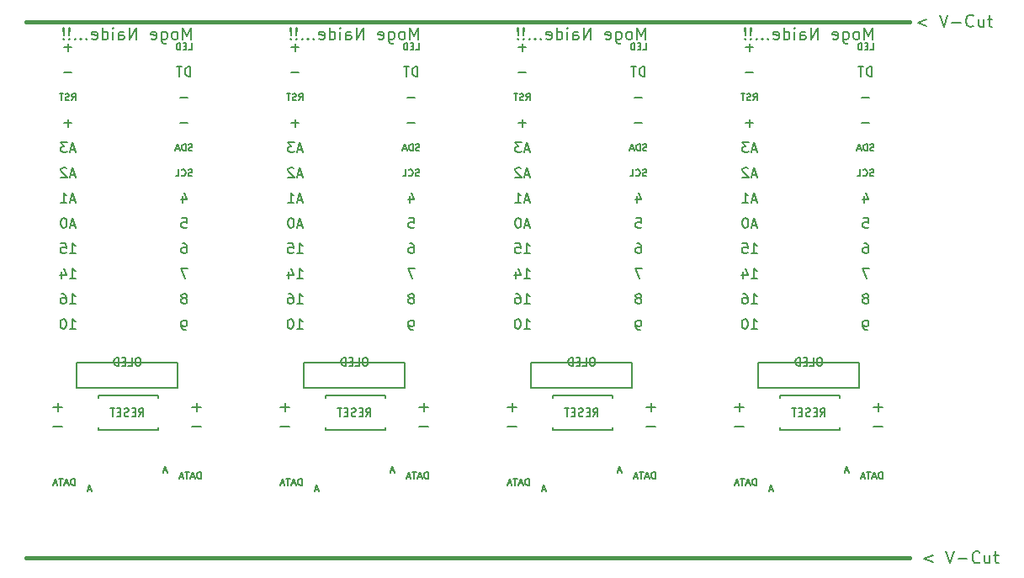
<source format=gbo>
G04 #@! TF.GenerationSoftware,KiCad,Pcbnew,5.0.2-bee76a0~70~ubuntu18.04.1*
G04 #@! TF.CreationDate,2019-11-06T22:06:29+09:00*
G04 #@! TF.ProjectId,promicro-home_panel,70726f6d-6963-4726-9f2d-686f6d655f70,1*
G04 #@! TF.SameCoordinates,Original*
G04 #@! TF.FileFunction,Legend,Bot*
G04 #@! TF.FilePolarity,Positive*
%FSLAX46Y46*%
G04 Gerber Fmt 4.6, Leading zero omitted, Abs format (unit mm)*
G04 Created by KiCad (PCBNEW 5.0.2-bee76a0~70~ubuntu18.04.1) date 2019年11月06日 22時06分29秒*
%MOMM*%
%LPD*%
G01*
G04 APERTURE LIST*
%ADD10C,0.200000*%
%ADD11C,0.400000*%
%ADD12C,0.167500*%
%ADD13C,0.187500*%
%ADD14C,0.150000*%
G04 APERTURE END LIST*
D10*
X178232142Y-98802857D02*
X177317857Y-99145714D01*
X178232142Y-99488571D01*
X179546428Y-98402857D02*
X179946428Y-99602857D01*
X180346428Y-98402857D01*
X180746428Y-99145714D02*
X181660714Y-99145714D01*
X182917857Y-99488571D02*
X182860714Y-99545714D01*
X182689285Y-99602857D01*
X182575000Y-99602857D01*
X182403571Y-99545714D01*
X182289285Y-99431428D01*
X182232142Y-99317142D01*
X182175000Y-99088571D01*
X182175000Y-98917142D01*
X182232142Y-98688571D01*
X182289285Y-98574285D01*
X182403571Y-98460000D01*
X182575000Y-98402857D01*
X182689285Y-98402857D01*
X182860714Y-98460000D01*
X182917857Y-98517142D01*
X183946428Y-98802857D02*
X183946428Y-99602857D01*
X183432142Y-98802857D02*
X183432142Y-99431428D01*
X183489285Y-99545714D01*
X183603571Y-99602857D01*
X183775000Y-99602857D01*
X183889285Y-99545714D01*
X183946428Y-99488571D01*
X184346428Y-98802857D02*
X184803571Y-98802857D01*
X184517857Y-98402857D02*
X184517857Y-99431428D01*
X184575000Y-99545714D01*
X184689285Y-99602857D01*
X184803571Y-99602857D01*
D11*
X86995000Y-99060000D02*
X175895000Y-99060000D01*
D10*
X177597142Y-44827857D02*
X176682857Y-45170714D01*
X177597142Y-45513571D01*
X178911428Y-44427857D02*
X179311428Y-45627857D01*
X179711428Y-44427857D01*
X180111428Y-45170714D02*
X181025714Y-45170714D01*
X182282857Y-45513571D02*
X182225714Y-45570714D01*
X182054285Y-45627857D01*
X181940000Y-45627857D01*
X181768571Y-45570714D01*
X181654285Y-45456428D01*
X181597142Y-45342142D01*
X181540000Y-45113571D01*
X181540000Y-44942142D01*
X181597142Y-44713571D01*
X181654285Y-44599285D01*
X181768571Y-44485000D01*
X181940000Y-44427857D01*
X182054285Y-44427857D01*
X182225714Y-44485000D01*
X182282857Y-44542142D01*
X183311428Y-44827857D02*
X183311428Y-45627857D01*
X182797142Y-44827857D02*
X182797142Y-45456428D01*
X182854285Y-45570714D01*
X182968571Y-45627857D01*
X183140000Y-45627857D01*
X183254285Y-45570714D01*
X183311428Y-45513571D01*
X183711428Y-44827857D02*
X184168571Y-44827857D01*
X183882857Y-44427857D02*
X183882857Y-45456428D01*
X183940000Y-45570714D01*
X184054285Y-45627857D01*
X184168571Y-45627857D01*
D11*
X86995000Y-45085000D02*
X175895000Y-45085000D01*
D10*
X173177142Y-85810714D02*
X172262857Y-85810714D01*
X150317142Y-85810714D02*
X149402857Y-85810714D01*
X127457142Y-85810714D02*
X126542857Y-85810714D01*
X173177142Y-83905714D02*
X172262857Y-83905714D01*
X172720000Y-84362857D02*
X172720000Y-83448571D01*
X150317142Y-83905714D02*
X149402857Y-83905714D01*
X149860000Y-84362857D02*
X149860000Y-83448571D01*
X127457142Y-83905714D02*
X126542857Y-83905714D01*
X127000000Y-84362857D02*
X127000000Y-83448571D01*
X159207142Y-83905714D02*
X158292857Y-83905714D01*
X158750000Y-84362857D02*
X158750000Y-83448571D01*
X136347142Y-83905714D02*
X135432857Y-83905714D01*
X135890000Y-84362857D02*
X135890000Y-83448571D01*
X113487142Y-83905714D02*
X112572857Y-83905714D01*
X113030000Y-84362857D02*
X113030000Y-83448571D01*
X159207142Y-85810714D02*
X158292857Y-85810714D01*
X136347142Y-85810714D02*
X135432857Y-85810714D01*
X113487142Y-85810714D02*
X112572857Y-85810714D01*
X160480285Y-60491666D02*
X160004095Y-60491666D01*
X160575523Y-60777380D02*
X160242190Y-59777380D01*
X159908857Y-60777380D01*
X159623142Y-59872619D02*
X159575523Y-59825000D01*
X159480285Y-59777380D01*
X159242190Y-59777380D01*
X159146952Y-59825000D01*
X159099333Y-59872619D01*
X159051714Y-59967857D01*
X159051714Y-60063095D01*
X159099333Y-60205952D01*
X159670761Y-60777380D01*
X159051714Y-60777380D01*
X137620285Y-60491666D02*
X137144095Y-60491666D01*
X137715523Y-60777380D02*
X137382190Y-59777380D01*
X137048857Y-60777380D01*
X136763142Y-59872619D02*
X136715523Y-59825000D01*
X136620285Y-59777380D01*
X136382190Y-59777380D01*
X136286952Y-59825000D01*
X136239333Y-59872619D01*
X136191714Y-59967857D01*
X136191714Y-60063095D01*
X136239333Y-60205952D01*
X136810761Y-60777380D01*
X136191714Y-60777380D01*
X114760285Y-60491666D02*
X114284095Y-60491666D01*
X114855523Y-60777380D02*
X114522190Y-59777380D01*
X114188857Y-60777380D01*
X113903142Y-59872619D02*
X113855523Y-59825000D01*
X113760285Y-59777380D01*
X113522190Y-59777380D01*
X113426952Y-59825000D01*
X113379333Y-59872619D01*
X113331714Y-59967857D01*
X113331714Y-60063095D01*
X113379333Y-60205952D01*
X113950761Y-60777380D01*
X113331714Y-60777380D01*
D12*
X171880714Y-47928095D02*
X172199761Y-47928095D01*
X172199761Y-47258095D01*
X171657380Y-47577142D02*
X171434047Y-47577142D01*
X171338333Y-47928095D02*
X171657380Y-47928095D01*
X171657380Y-47258095D01*
X171338333Y-47258095D01*
X171051190Y-47928095D02*
X171051190Y-47258095D01*
X170891666Y-47258095D01*
X170795952Y-47290000D01*
X170732142Y-47353809D01*
X170700238Y-47417619D01*
X170668333Y-47545238D01*
X170668333Y-47640952D01*
X170700238Y-47768571D01*
X170732142Y-47832380D01*
X170795952Y-47896190D01*
X170891666Y-47928095D01*
X171051190Y-47928095D01*
X149020714Y-47928095D02*
X149339761Y-47928095D01*
X149339761Y-47258095D01*
X148797380Y-47577142D02*
X148574047Y-47577142D01*
X148478333Y-47928095D02*
X148797380Y-47928095D01*
X148797380Y-47258095D01*
X148478333Y-47258095D01*
X148191190Y-47928095D02*
X148191190Y-47258095D01*
X148031666Y-47258095D01*
X147935952Y-47290000D01*
X147872142Y-47353809D01*
X147840238Y-47417619D01*
X147808333Y-47545238D01*
X147808333Y-47640952D01*
X147840238Y-47768571D01*
X147872142Y-47832380D01*
X147935952Y-47896190D01*
X148031666Y-47928095D01*
X148191190Y-47928095D01*
X126160714Y-47928095D02*
X126479761Y-47928095D01*
X126479761Y-47258095D01*
X125937380Y-47577142D02*
X125714047Y-47577142D01*
X125618333Y-47928095D02*
X125937380Y-47928095D01*
X125937380Y-47258095D01*
X125618333Y-47258095D01*
X125331190Y-47928095D02*
X125331190Y-47258095D01*
X125171666Y-47258095D01*
X125075952Y-47290000D01*
X125012142Y-47353809D01*
X124980238Y-47417619D01*
X124948333Y-47545238D01*
X124948333Y-47640952D01*
X124980238Y-47768571D01*
X125012142Y-47832380D01*
X125075952Y-47896190D01*
X125171666Y-47928095D01*
X125331190Y-47928095D01*
D10*
X171640476Y-76144380D02*
X171450000Y-76144380D01*
X171354761Y-76096761D01*
X171307142Y-76049142D01*
X171211904Y-75906285D01*
X171164285Y-75715809D01*
X171164285Y-75334857D01*
X171211904Y-75239619D01*
X171259523Y-75192000D01*
X171354761Y-75144380D01*
X171545238Y-75144380D01*
X171640476Y-75192000D01*
X171688095Y-75239619D01*
X171735714Y-75334857D01*
X171735714Y-75572952D01*
X171688095Y-75668190D01*
X171640476Y-75715809D01*
X171545238Y-75763428D01*
X171354761Y-75763428D01*
X171259523Y-75715809D01*
X171211904Y-75668190D01*
X171164285Y-75572952D01*
X148780476Y-76144380D02*
X148590000Y-76144380D01*
X148494761Y-76096761D01*
X148447142Y-76049142D01*
X148351904Y-75906285D01*
X148304285Y-75715809D01*
X148304285Y-75334857D01*
X148351904Y-75239619D01*
X148399523Y-75192000D01*
X148494761Y-75144380D01*
X148685238Y-75144380D01*
X148780476Y-75192000D01*
X148828095Y-75239619D01*
X148875714Y-75334857D01*
X148875714Y-75572952D01*
X148828095Y-75668190D01*
X148780476Y-75715809D01*
X148685238Y-75763428D01*
X148494761Y-75763428D01*
X148399523Y-75715809D01*
X148351904Y-75668190D01*
X148304285Y-75572952D01*
X125920476Y-76144380D02*
X125730000Y-76144380D01*
X125634761Y-76096761D01*
X125587142Y-76049142D01*
X125491904Y-75906285D01*
X125444285Y-75715809D01*
X125444285Y-75334857D01*
X125491904Y-75239619D01*
X125539523Y-75192000D01*
X125634761Y-75144380D01*
X125825238Y-75144380D01*
X125920476Y-75192000D01*
X125968095Y-75239619D01*
X126015714Y-75334857D01*
X126015714Y-75572952D01*
X125968095Y-75668190D01*
X125920476Y-75715809D01*
X125825238Y-75763428D01*
X125634761Y-75763428D01*
X125539523Y-75715809D01*
X125491904Y-75668190D01*
X125444285Y-75572952D01*
X171545238Y-72905952D02*
X171640476Y-72858333D01*
X171688095Y-72810714D01*
X171735714Y-72715476D01*
X171735714Y-72667857D01*
X171688095Y-72572619D01*
X171640476Y-72525000D01*
X171545238Y-72477380D01*
X171354761Y-72477380D01*
X171259523Y-72525000D01*
X171211904Y-72572619D01*
X171164285Y-72667857D01*
X171164285Y-72715476D01*
X171211904Y-72810714D01*
X171259523Y-72858333D01*
X171354761Y-72905952D01*
X171545238Y-72905952D01*
X171640476Y-72953571D01*
X171688095Y-73001190D01*
X171735714Y-73096428D01*
X171735714Y-73286904D01*
X171688095Y-73382142D01*
X171640476Y-73429761D01*
X171545238Y-73477380D01*
X171354761Y-73477380D01*
X171259523Y-73429761D01*
X171211904Y-73382142D01*
X171164285Y-73286904D01*
X171164285Y-73096428D01*
X171211904Y-73001190D01*
X171259523Y-72953571D01*
X171354761Y-72905952D01*
X148685238Y-72905952D02*
X148780476Y-72858333D01*
X148828095Y-72810714D01*
X148875714Y-72715476D01*
X148875714Y-72667857D01*
X148828095Y-72572619D01*
X148780476Y-72525000D01*
X148685238Y-72477380D01*
X148494761Y-72477380D01*
X148399523Y-72525000D01*
X148351904Y-72572619D01*
X148304285Y-72667857D01*
X148304285Y-72715476D01*
X148351904Y-72810714D01*
X148399523Y-72858333D01*
X148494761Y-72905952D01*
X148685238Y-72905952D01*
X148780476Y-72953571D01*
X148828095Y-73001190D01*
X148875714Y-73096428D01*
X148875714Y-73286904D01*
X148828095Y-73382142D01*
X148780476Y-73429761D01*
X148685238Y-73477380D01*
X148494761Y-73477380D01*
X148399523Y-73429761D01*
X148351904Y-73382142D01*
X148304285Y-73286904D01*
X148304285Y-73096428D01*
X148351904Y-73001190D01*
X148399523Y-72953571D01*
X148494761Y-72905952D01*
X125825238Y-72905952D02*
X125920476Y-72858333D01*
X125968095Y-72810714D01*
X126015714Y-72715476D01*
X126015714Y-72667857D01*
X125968095Y-72572619D01*
X125920476Y-72525000D01*
X125825238Y-72477380D01*
X125634761Y-72477380D01*
X125539523Y-72525000D01*
X125491904Y-72572619D01*
X125444285Y-72667857D01*
X125444285Y-72715476D01*
X125491904Y-72810714D01*
X125539523Y-72858333D01*
X125634761Y-72905952D01*
X125825238Y-72905952D01*
X125920476Y-72953571D01*
X125968095Y-73001190D01*
X126015714Y-73096428D01*
X126015714Y-73286904D01*
X125968095Y-73382142D01*
X125920476Y-73429761D01*
X125825238Y-73477380D01*
X125634761Y-73477380D01*
X125539523Y-73429761D01*
X125491904Y-73382142D01*
X125444285Y-73286904D01*
X125444285Y-73096428D01*
X125491904Y-73001190D01*
X125539523Y-72953571D01*
X125634761Y-72905952D01*
X171259523Y-67397380D02*
X171450000Y-67397380D01*
X171545238Y-67445000D01*
X171592857Y-67492619D01*
X171688095Y-67635476D01*
X171735714Y-67825952D01*
X171735714Y-68206904D01*
X171688095Y-68302142D01*
X171640476Y-68349761D01*
X171545238Y-68397380D01*
X171354761Y-68397380D01*
X171259523Y-68349761D01*
X171211904Y-68302142D01*
X171164285Y-68206904D01*
X171164285Y-67968809D01*
X171211904Y-67873571D01*
X171259523Y-67825952D01*
X171354761Y-67778333D01*
X171545238Y-67778333D01*
X171640476Y-67825952D01*
X171688095Y-67873571D01*
X171735714Y-67968809D01*
X148399523Y-67397380D02*
X148590000Y-67397380D01*
X148685238Y-67445000D01*
X148732857Y-67492619D01*
X148828095Y-67635476D01*
X148875714Y-67825952D01*
X148875714Y-68206904D01*
X148828095Y-68302142D01*
X148780476Y-68349761D01*
X148685238Y-68397380D01*
X148494761Y-68397380D01*
X148399523Y-68349761D01*
X148351904Y-68302142D01*
X148304285Y-68206904D01*
X148304285Y-67968809D01*
X148351904Y-67873571D01*
X148399523Y-67825952D01*
X148494761Y-67778333D01*
X148685238Y-67778333D01*
X148780476Y-67825952D01*
X148828095Y-67873571D01*
X148875714Y-67968809D01*
X125539523Y-67397380D02*
X125730000Y-67397380D01*
X125825238Y-67445000D01*
X125872857Y-67492619D01*
X125968095Y-67635476D01*
X126015714Y-67825952D01*
X126015714Y-68206904D01*
X125968095Y-68302142D01*
X125920476Y-68349761D01*
X125825238Y-68397380D01*
X125634761Y-68397380D01*
X125539523Y-68349761D01*
X125491904Y-68302142D01*
X125444285Y-68206904D01*
X125444285Y-67968809D01*
X125491904Y-67873571D01*
X125539523Y-67825952D01*
X125634761Y-67778333D01*
X125825238Y-67778333D01*
X125920476Y-67825952D01*
X125968095Y-67873571D01*
X126015714Y-67968809D01*
X171783333Y-69937380D02*
X171116666Y-69937380D01*
X171545238Y-70937380D01*
X148923333Y-69937380D02*
X148256666Y-69937380D01*
X148685238Y-70937380D01*
X126063333Y-69937380D02*
X125396666Y-69937380D01*
X125825238Y-70937380D01*
D12*
X172263571Y-58056190D02*
X172167857Y-58088095D01*
X172008333Y-58088095D01*
X171944523Y-58056190D01*
X171912619Y-58024285D01*
X171880714Y-57960476D01*
X171880714Y-57896666D01*
X171912619Y-57832857D01*
X171944523Y-57800952D01*
X172008333Y-57769047D01*
X172135952Y-57737142D01*
X172199761Y-57705238D01*
X172231666Y-57673333D01*
X172263571Y-57609523D01*
X172263571Y-57545714D01*
X172231666Y-57481904D01*
X172199761Y-57450000D01*
X172135952Y-57418095D01*
X171976428Y-57418095D01*
X171880714Y-57450000D01*
X171593571Y-58088095D02*
X171593571Y-57418095D01*
X171434047Y-57418095D01*
X171338333Y-57450000D01*
X171274523Y-57513809D01*
X171242619Y-57577619D01*
X171210714Y-57705238D01*
X171210714Y-57800952D01*
X171242619Y-57928571D01*
X171274523Y-57992380D01*
X171338333Y-58056190D01*
X171434047Y-58088095D01*
X171593571Y-58088095D01*
X170955476Y-57896666D02*
X170636428Y-57896666D01*
X171019285Y-58088095D02*
X170795952Y-57418095D01*
X170572619Y-58088095D01*
X149403571Y-58056190D02*
X149307857Y-58088095D01*
X149148333Y-58088095D01*
X149084523Y-58056190D01*
X149052619Y-58024285D01*
X149020714Y-57960476D01*
X149020714Y-57896666D01*
X149052619Y-57832857D01*
X149084523Y-57800952D01*
X149148333Y-57769047D01*
X149275952Y-57737142D01*
X149339761Y-57705238D01*
X149371666Y-57673333D01*
X149403571Y-57609523D01*
X149403571Y-57545714D01*
X149371666Y-57481904D01*
X149339761Y-57450000D01*
X149275952Y-57418095D01*
X149116428Y-57418095D01*
X149020714Y-57450000D01*
X148733571Y-58088095D02*
X148733571Y-57418095D01*
X148574047Y-57418095D01*
X148478333Y-57450000D01*
X148414523Y-57513809D01*
X148382619Y-57577619D01*
X148350714Y-57705238D01*
X148350714Y-57800952D01*
X148382619Y-57928571D01*
X148414523Y-57992380D01*
X148478333Y-58056190D01*
X148574047Y-58088095D01*
X148733571Y-58088095D01*
X148095476Y-57896666D02*
X147776428Y-57896666D01*
X148159285Y-58088095D02*
X147935952Y-57418095D01*
X147712619Y-58088095D01*
X126543571Y-58056190D02*
X126447857Y-58088095D01*
X126288333Y-58088095D01*
X126224523Y-58056190D01*
X126192619Y-58024285D01*
X126160714Y-57960476D01*
X126160714Y-57896666D01*
X126192619Y-57832857D01*
X126224523Y-57800952D01*
X126288333Y-57769047D01*
X126415952Y-57737142D01*
X126479761Y-57705238D01*
X126511666Y-57673333D01*
X126543571Y-57609523D01*
X126543571Y-57545714D01*
X126511666Y-57481904D01*
X126479761Y-57450000D01*
X126415952Y-57418095D01*
X126256428Y-57418095D01*
X126160714Y-57450000D01*
X125873571Y-58088095D02*
X125873571Y-57418095D01*
X125714047Y-57418095D01*
X125618333Y-57450000D01*
X125554523Y-57513809D01*
X125522619Y-57577619D01*
X125490714Y-57705238D01*
X125490714Y-57800952D01*
X125522619Y-57928571D01*
X125554523Y-57992380D01*
X125618333Y-58056190D01*
X125714047Y-58088095D01*
X125873571Y-58088095D01*
X125235476Y-57896666D02*
X124916428Y-57896666D01*
X125299285Y-58088095D02*
X125075952Y-57418095D01*
X124852619Y-58088095D01*
D10*
X171830952Y-55316428D02*
X171069047Y-55316428D01*
X148970952Y-55316428D02*
X148209047Y-55316428D01*
X126110952Y-55316428D02*
X125349047Y-55316428D01*
X171259523Y-62650714D02*
X171259523Y-63317380D01*
X171497619Y-62269761D02*
X171735714Y-62984047D01*
X171116666Y-62984047D01*
X148399523Y-62650714D02*
X148399523Y-63317380D01*
X148637619Y-62269761D02*
X148875714Y-62984047D01*
X148256666Y-62984047D01*
X125539523Y-62650714D02*
X125539523Y-63317380D01*
X125777619Y-62269761D02*
X126015714Y-62984047D01*
X125396666Y-62984047D01*
D12*
X172247619Y-60596190D02*
X172151904Y-60628095D01*
X171992380Y-60628095D01*
X171928571Y-60596190D01*
X171896666Y-60564285D01*
X171864761Y-60500476D01*
X171864761Y-60436666D01*
X171896666Y-60372857D01*
X171928571Y-60340952D01*
X171992380Y-60309047D01*
X172120000Y-60277142D01*
X172183809Y-60245238D01*
X172215714Y-60213333D01*
X172247619Y-60149523D01*
X172247619Y-60085714D01*
X172215714Y-60021904D01*
X172183809Y-59990000D01*
X172120000Y-59958095D01*
X171960476Y-59958095D01*
X171864761Y-59990000D01*
X171194761Y-60564285D02*
X171226666Y-60596190D01*
X171322380Y-60628095D01*
X171386190Y-60628095D01*
X171481904Y-60596190D01*
X171545714Y-60532380D01*
X171577619Y-60468571D01*
X171609523Y-60340952D01*
X171609523Y-60245238D01*
X171577619Y-60117619D01*
X171545714Y-60053809D01*
X171481904Y-59990000D01*
X171386190Y-59958095D01*
X171322380Y-59958095D01*
X171226666Y-59990000D01*
X171194761Y-60021904D01*
X170588571Y-60628095D02*
X170907619Y-60628095D01*
X170907619Y-59958095D01*
X149387619Y-60596190D02*
X149291904Y-60628095D01*
X149132380Y-60628095D01*
X149068571Y-60596190D01*
X149036666Y-60564285D01*
X149004761Y-60500476D01*
X149004761Y-60436666D01*
X149036666Y-60372857D01*
X149068571Y-60340952D01*
X149132380Y-60309047D01*
X149260000Y-60277142D01*
X149323809Y-60245238D01*
X149355714Y-60213333D01*
X149387619Y-60149523D01*
X149387619Y-60085714D01*
X149355714Y-60021904D01*
X149323809Y-59990000D01*
X149260000Y-59958095D01*
X149100476Y-59958095D01*
X149004761Y-59990000D01*
X148334761Y-60564285D02*
X148366666Y-60596190D01*
X148462380Y-60628095D01*
X148526190Y-60628095D01*
X148621904Y-60596190D01*
X148685714Y-60532380D01*
X148717619Y-60468571D01*
X148749523Y-60340952D01*
X148749523Y-60245238D01*
X148717619Y-60117619D01*
X148685714Y-60053809D01*
X148621904Y-59990000D01*
X148526190Y-59958095D01*
X148462380Y-59958095D01*
X148366666Y-59990000D01*
X148334761Y-60021904D01*
X147728571Y-60628095D02*
X148047619Y-60628095D01*
X148047619Y-59958095D01*
X126527619Y-60596190D02*
X126431904Y-60628095D01*
X126272380Y-60628095D01*
X126208571Y-60596190D01*
X126176666Y-60564285D01*
X126144761Y-60500476D01*
X126144761Y-60436666D01*
X126176666Y-60372857D01*
X126208571Y-60340952D01*
X126272380Y-60309047D01*
X126400000Y-60277142D01*
X126463809Y-60245238D01*
X126495714Y-60213333D01*
X126527619Y-60149523D01*
X126527619Y-60085714D01*
X126495714Y-60021904D01*
X126463809Y-59990000D01*
X126400000Y-59958095D01*
X126240476Y-59958095D01*
X126144761Y-59990000D01*
X125474761Y-60564285D02*
X125506666Y-60596190D01*
X125602380Y-60628095D01*
X125666190Y-60628095D01*
X125761904Y-60596190D01*
X125825714Y-60532380D01*
X125857619Y-60468571D01*
X125889523Y-60340952D01*
X125889523Y-60245238D01*
X125857619Y-60117619D01*
X125825714Y-60053809D01*
X125761904Y-59990000D01*
X125666190Y-59958095D01*
X125602380Y-59958095D01*
X125506666Y-59990000D01*
X125474761Y-60021904D01*
X124868571Y-60628095D02*
X125187619Y-60628095D01*
X125187619Y-59958095D01*
D10*
X171211904Y-64857380D02*
X171688095Y-64857380D01*
X171735714Y-65333571D01*
X171688095Y-65285952D01*
X171592857Y-65238333D01*
X171354761Y-65238333D01*
X171259523Y-65285952D01*
X171211904Y-65333571D01*
X171164285Y-65428809D01*
X171164285Y-65666904D01*
X171211904Y-65762142D01*
X171259523Y-65809761D01*
X171354761Y-65857380D01*
X171592857Y-65857380D01*
X171688095Y-65809761D01*
X171735714Y-65762142D01*
X148351904Y-64857380D02*
X148828095Y-64857380D01*
X148875714Y-65333571D01*
X148828095Y-65285952D01*
X148732857Y-65238333D01*
X148494761Y-65238333D01*
X148399523Y-65285952D01*
X148351904Y-65333571D01*
X148304285Y-65428809D01*
X148304285Y-65666904D01*
X148351904Y-65762142D01*
X148399523Y-65809761D01*
X148494761Y-65857380D01*
X148732857Y-65857380D01*
X148828095Y-65809761D01*
X148875714Y-65762142D01*
X125491904Y-64857380D02*
X125968095Y-64857380D01*
X126015714Y-65333571D01*
X125968095Y-65285952D01*
X125872857Y-65238333D01*
X125634761Y-65238333D01*
X125539523Y-65285952D01*
X125491904Y-65333571D01*
X125444285Y-65428809D01*
X125444285Y-65666904D01*
X125491904Y-65762142D01*
X125539523Y-65809761D01*
X125634761Y-65857380D01*
X125872857Y-65857380D01*
X125968095Y-65809761D01*
X126015714Y-65762142D01*
X171830952Y-52776428D02*
X171069047Y-52776428D01*
X148970952Y-52776428D02*
X148209047Y-52776428D01*
X126110952Y-52776428D02*
X125349047Y-52776428D01*
X172092857Y-50617380D02*
X172092857Y-49617380D01*
X171854761Y-49617380D01*
X171711904Y-49665000D01*
X171616666Y-49760238D01*
X171569047Y-49855476D01*
X171521428Y-50045952D01*
X171521428Y-50188809D01*
X171569047Y-50379285D01*
X171616666Y-50474523D01*
X171711904Y-50569761D01*
X171854761Y-50617380D01*
X172092857Y-50617380D01*
X171235714Y-49617380D02*
X170664285Y-49617380D01*
X170950000Y-50617380D02*
X170950000Y-49617380D01*
X149232857Y-50617380D02*
X149232857Y-49617380D01*
X148994761Y-49617380D01*
X148851904Y-49665000D01*
X148756666Y-49760238D01*
X148709047Y-49855476D01*
X148661428Y-50045952D01*
X148661428Y-50188809D01*
X148709047Y-50379285D01*
X148756666Y-50474523D01*
X148851904Y-50569761D01*
X148994761Y-50617380D01*
X149232857Y-50617380D01*
X148375714Y-49617380D02*
X147804285Y-49617380D01*
X148090000Y-50617380D02*
X148090000Y-49617380D01*
X126372857Y-50617380D02*
X126372857Y-49617380D01*
X126134761Y-49617380D01*
X125991904Y-49665000D01*
X125896666Y-49760238D01*
X125849047Y-49855476D01*
X125801428Y-50045952D01*
X125801428Y-50188809D01*
X125849047Y-50379285D01*
X125896666Y-50474523D01*
X125991904Y-50569761D01*
X126134761Y-50617380D01*
X126372857Y-50617380D01*
X125515714Y-49617380D02*
X124944285Y-49617380D01*
X125230000Y-50617380D02*
X125230000Y-49617380D01*
X159956476Y-76017380D02*
X160527904Y-76017380D01*
X160242190Y-76017380D02*
X160242190Y-75017380D01*
X160337428Y-75160238D01*
X160432666Y-75255476D01*
X160527904Y-75303095D01*
X159337428Y-75017380D02*
X159242190Y-75017380D01*
X159146952Y-75065000D01*
X159099333Y-75112619D01*
X159051714Y-75207857D01*
X159004095Y-75398333D01*
X159004095Y-75636428D01*
X159051714Y-75826904D01*
X159099333Y-75922142D01*
X159146952Y-75969761D01*
X159242190Y-76017380D01*
X159337428Y-76017380D01*
X159432666Y-75969761D01*
X159480285Y-75922142D01*
X159527904Y-75826904D01*
X159575523Y-75636428D01*
X159575523Y-75398333D01*
X159527904Y-75207857D01*
X159480285Y-75112619D01*
X159432666Y-75065000D01*
X159337428Y-75017380D01*
X137096476Y-76017380D02*
X137667904Y-76017380D01*
X137382190Y-76017380D02*
X137382190Y-75017380D01*
X137477428Y-75160238D01*
X137572666Y-75255476D01*
X137667904Y-75303095D01*
X136477428Y-75017380D02*
X136382190Y-75017380D01*
X136286952Y-75065000D01*
X136239333Y-75112619D01*
X136191714Y-75207857D01*
X136144095Y-75398333D01*
X136144095Y-75636428D01*
X136191714Y-75826904D01*
X136239333Y-75922142D01*
X136286952Y-75969761D01*
X136382190Y-76017380D01*
X136477428Y-76017380D01*
X136572666Y-75969761D01*
X136620285Y-75922142D01*
X136667904Y-75826904D01*
X136715523Y-75636428D01*
X136715523Y-75398333D01*
X136667904Y-75207857D01*
X136620285Y-75112619D01*
X136572666Y-75065000D01*
X136477428Y-75017380D01*
X114236476Y-76017380D02*
X114807904Y-76017380D01*
X114522190Y-76017380D02*
X114522190Y-75017380D01*
X114617428Y-75160238D01*
X114712666Y-75255476D01*
X114807904Y-75303095D01*
X113617428Y-75017380D02*
X113522190Y-75017380D01*
X113426952Y-75065000D01*
X113379333Y-75112619D01*
X113331714Y-75207857D01*
X113284095Y-75398333D01*
X113284095Y-75636428D01*
X113331714Y-75826904D01*
X113379333Y-75922142D01*
X113426952Y-75969761D01*
X113522190Y-76017380D01*
X113617428Y-76017380D01*
X113712666Y-75969761D01*
X113760285Y-75922142D01*
X113807904Y-75826904D01*
X113855523Y-75636428D01*
X113855523Y-75398333D01*
X113807904Y-75207857D01*
X113760285Y-75112619D01*
X113712666Y-75065000D01*
X113617428Y-75017380D01*
X159956476Y-73477380D02*
X160527904Y-73477380D01*
X160242190Y-73477380D02*
X160242190Y-72477380D01*
X160337428Y-72620238D01*
X160432666Y-72715476D01*
X160527904Y-72763095D01*
X159099333Y-72477380D02*
X159289809Y-72477380D01*
X159385047Y-72525000D01*
X159432666Y-72572619D01*
X159527904Y-72715476D01*
X159575523Y-72905952D01*
X159575523Y-73286904D01*
X159527904Y-73382142D01*
X159480285Y-73429761D01*
X159385047Y-73477380D01*
X159194571Y-73477380D01*
X159099333Y-73429761D01*
X159051714Y-73382142D01*
X159004095Y-73286904D01*
X159004095Y-73048809D01*
X159051714Y-72953571D01*
X159099333Y-72905952D01*
X159194571Y-72858333D01*
X159385047Y-72858333D01*
X159480285Y-72905952D01*
X159527904Y-72953571D01*
X159575523Y-73048809D01*
X137096476Y-73477380D02*
X137667904Y-73477380D01*
X137382190Y-73477380D02*
X137382190Y-72477380D01*
X137477428Y-72620238D01*
X137572666Y-72715476D01*
X137667904Y-72763095D01*
X136239333Y-72477380D02*
X136429809Y-72477380D01*
X136525047Y-72525000D01*
X136572666Y-72572619D01*
X136667904Y-72715476D01*
X136715523Y-72905952D01*
X136715523Y-73286904D01*
X136667904Y-73382142D01*
X136620285Y-73429761D01*
X136525047Y-73477380D01*
X136334571Y-73477380D01*
X136239333Y-73429761D01*
X136191714Y-73382142D01*
X136144095Y-73286904D01*
X136144095Y-73048809D01*
X136191714Y-72953571D01*
X136239333Y-72905952D01*
X136334571Y-72858333D01*
X136525047Y-72858333D01*
X136620285Y-72905952D01*
X136667904Y-72953571D01*
X136715523Y-73048809D01*
X114236476Y-73477380D02*
X114807904Y-73477380D01*
X114522190Y-73477380D02*
X114522190Y-72477380D01*
X114617428Y-72620238D01*
X114712666Y-72715476D01*
X114807904Y-72763095D01*
X113379333Y-72477380D02*
X113569809Y-72477380D01*
X113665047Y-72525000D01*
X113712666Y-72572619D01*
X113807904Y-72715476D01*
X113855523Y-72905952D01*
X113855523Y-73286904D01*
X113807904Y-73382142D01*
X113760285Y-73429761D01*
X113665047Y-73477380D01*
X113474571Y-73477380D01*
X113379333Y-73429761D01*
X113331714Y-73382142D01*
X113284095Y-73286904D01*
X113284095Y-73048809D01*
X113331714Y-72953571D01*
X113379333Y-72905952D01*
X113474571Y-72858333D01*
X113665047Y-72858333D01*
X113760285Y-72905952D01*
X113807904Y-72953571D01*
X113855523Y-73048809D01*
X159956476Y-70937380D02*
X160527904Y-70937380D01*
X160242190Y-70937380D02*
X160242190Y-69937380D01*
X160337428Y-70080238D01*
X160432666Y-70175476D01*
X160527904Y-70223095D01*
X159099333Y-70270714D02*
X159099333Y-70937380D01*
X159337428Y-69889761D02*
X159575523Y-70604047D01*
X158956476Y-70604047D01*
X137096476Y-70937380D02*
X137667904Y-70937380D01*
X137382190Y-70937380D02*
X137382190Y-69937380D01*
X137477428Y-70080238D01*
X137572666Y-70175476D01*
X137667904Y-70223095D01*
X136239333Y-70270714D02*
X136239333Y-70937380D01*
X136477428Y-69889761D02*
X136715523Y-70604047D01*
X136096476Y-70604047D01*
X114236476Y-70937380D02*
X114807904Y-70937380D01*
X114522190Y-70937380D02*
X114522190Y-69937380D01*
X114617428Y-70080238D01*
X114712666Y-70175476D01*
X114807904Y-70223095D01*
X113379333Y-70270714D02*
X113379333Y-70937380D01*
X113617428Y-69889761D02*
X113855523Y-70604047D01*
X113236476Y-70604047D01*
X159956476Y-68397380D02*
X160527904Y-68397380D01*
X160242190Y-68397380D02*
X160242190Y-67397380D01*
X160337428Y-67540238D01*
X160432666Y-67635476D01*
X160527904Y-67683095D01*
X159051714Y-67397380D02*
X159527904Y-67397380D01*
X159575523Y-67873571D01*
X159527904Y-67825952D01*
X159432666Y-67778333D01*
X159194571Y-67778333D01*
X159099333Y-67825952D01*
X159051714Y-67873571D01*
X159004095Y-67968809D01*
X159004095Y-68206904D01*
X159051714Y-68302142D01*
X159099333Y-68349761D01*
X159194571Y-68397380D01*
X159432666Y-68397380D01*
X159527904Y-68349761D01*
X159575523Y-68302142D01*
X137096476Y-68397380D02*
X137667904Y-68397380D01*
X137382190Y-68397380D02*
X137382190Y-67397380D01*
X137477428Y-67540238D01*
X137572666Y-67635476D01*
X137667904Y-67683095D01*
X136191714Y-67397380D02*
X136667904Y-67397380D01*
X136715523Y-67873571D01*
X136667904Y-67825952D01*
X136572666Y-67778333D01*
X136334571Y-67778333D01*
X136239333Y-67825952D01*
X136191714Y-67873571D01*
X136144095Y-67968809D01*
X136144095Y-68206904D01*
X136191714Y-68302142D01*
X136239333Y-68349761D01*
X136334571Y-68397380D01*
X136572666Y-68397380D01*
X136667904Y-68349761D01*
X136715523Y-68302142D01*
X114236476Y-68397380D02*
X114807904Y-68397380D01*
X114522190Y-68397380D02*
X114522190Y-67397380D01*
X114617428Y-67540238D01*
X114712666Y-67635476D01*
X114807904Y-67683095D01*
X113331714Y-67397380D02*
X113807904Y-67397380D01*
X113855523Y-67873571D01*
X113807904Y-67825952D01*
X113712666Y-67778333D01*
X113474571Y-67778333D01*
X113379333Y-67825952D01*
X113331714Y-67873571D01*
X113284095Y-67968809D01*
X113284095Y-68206904D01*
X113331714Y-68302142D01*
X113379333Y-68349761D01*
X113474571Y-68397380D01*
X113712666Y-68397380D01*
X113807904Y-68349761D01*
X113855523Y-68302142D01*
X160480285Y-65571666D02*
X160004095Y-65571666D01*
X160575523Y-65857380D02*
X160242190Y-64857380D01*
X159908857Y-65857380D01*
X159385047Y-64857380D02*
X159289809Y-64857380D01*
X159194571Y-64905000D01*
X159146952Y-64952619D01*
X159099333Y-65047857D01*
X159051714Y-65238333D01*
X159051714Y-65476428D01*
X159099333Y-65666904D01*
X159146952Y-65762142D01*
X159194571Y-65809761D01*
X159289809Y-65857380D01*
X159385047Y-65857380D01*
X159480285Y-65809761D01*
X159527904Y-65762142D01*
X159575523Y-65666904D01*
X159623142Y-65476428D01*
X159623142Y-65238333D01*
X159575523Y-65047857D01*
X159527904Y-64952619D01*
X159480285Y-64905000D01*
X159385047Y-64857380D01*
X137620285Y-65571666D02*
X137144095Y-65571666D01*
X137715523Y-65857380D02*
X137382190Y-64857380D01*
X137048857Y-65857380D01*
X136525047Y-64857380D02*
X136429809Y-64857380D01*
X136334571Y-64905000D01*
X136286952Y-64952619D01*
X136239333Y-65047857D01*
X136191714Y-65238333D01*
X136191714Y-65476428D01*
X136239333Y-65666904D01*
X136286952Y-65762142D01*
X136334571Y-65809761D01*
X136429809Y-65857380D01*
X136525047Y-65857380D01*
X136620285Y-65809761D01*
X136667904Y-65762142D01*
X136715523Y-65666904D01*
X136763142Y-65476428D01*
X136763142Y-65238333D01*
X136715523Y-65047857D01*
X136667904Y-64952619D01*
X136620285Y-64905000D01*
X136525047Y-64857380D01*
X114760285Y-65571666D02*
X114284095Y-65571666D01*
X114855523Y-65857380D02*
X114522190Y-64857380D01*
X114188857Y-65857380D01*
X113665047Y-64857380D02*
X113569809Y-64857380D01*
X113474571Y-64905000D01*
X113426952Y-64952619D01*
X113379333Y-65047857D01*
X113331714Y-65238333D01*
X113331714Y-65476428D01*
X113379333Y-65666904D01*
X113426952Y-65762142D01*
X113474571Y-65809761D01*
X113569809Y-65857380D01*
X113665047Y-65857380D01*
X113760285Y-65809761D01*
X113807904Y-65762142D01*
X113855523Y-65666904D01*
X113903142Y-65476428D01*
X113903142Y-65238333D01*
X113855523Y-65047857D01*
X113807904Y-64952619D01*
X113760285Y-64905000D01*
X113665047Y-64857380D01*
X160480285Y-63031666D02*
X160004095Y-63031666D01*
X160575523Y-63317380D02*
X160242190Y-62317380D01*
X159908857Y-63317380D01*
X159051714Y-63317380D02*
X159623142Y-63317380D01*
X159337428Y-63317380D02*
X159337428Y-62317380D01*
X159432666Y-62460238D01*
X159527904Y-62555476D01*
X159623142Y-62603095D01*
X137620285Y-63031666D02*
X137144095Y-63031666D01*
X137715523Y-63317380D02*
X137382190Y-62317380D01*
X137048857Y-63317380D01*
X136191714Y-63317380D02*
X136763142Y-63317380D01*
X136477428Y-63317380D02*
X136477428Y-62317380D01*
X136572666Y-62460238D01*
X136667904Y-62555476D01*
X136763142Y-62603095D01*
X114760285Y-63031666D02*
X114284095Y-63031666D01*
X114855523Y-63317380D02*
X114522190Y-62317380D01*
X114188857Y-63317380D01*
X113331714Y-63317380D02*
X113903142Y-63317380D01*
X113617428Y-63317380D02*
X113617428Y-62317380D01*
X113712666Y-62460238D01*
X113807904Y-62555476D01*
X113903142Y-62603095D01*
X160480285Y-57951666D02*
X160004095Y-57951666D01*
X160575523Y-58237380D02*
X160242190Y-57237380D01*
X159908857Y-58237380D01*
X159670761Y-57237380D02*
X159051714Y-57237380D01*
X159385047Y-57618333D01*
X159242190Y-57618333D01*
X159146952Y-57665952D01*
X159099333Y-57713571D01*
X159051714Y-57808809D01*
X159051714Y-58046904D01*
X159099333Y-58142142D01*
X159146952Y-58189761D01*
X159242190Y-58237380D01*
X159527904Y-58237380D01*
X159623142Y-58189761D01*
X159670761Y-58142142D01*
X137620285Y-57951666D02*
X137144095Y-57951666D01*
X137715523Y-58237380D02*
X137382190Y-57237380D01*
X137048857Y-58237380D01*
X136810761Y-57237380D02*
X136191714Y-57237380D01*
X136525047Y-57618333D01*
X136382190Y-57618333D01*
X136286952Y-57665952D01*
X136239333Y-57713571D01*
X136191714Y-57808809D01*
X136191714Y-58046904D01*
X136239333Y-58142142D01*
X136286952Y-58189761D01*
X136382190Y-58237380D01*
X136667904Y-58237380D01*
X136763142Y-58189761D01*
X136810761Y-58142142D01*
X114760285Y-57951666D02*
X114284095Y-57951666D01*
X114855523Y-58237380D02*
X114522190Y-57237380D01*
X114188857Y-58237380D01*
X113950761Y-57237380D02*
X113331714Y-57237380D01*
X113665047Y-57618333D01*
X113522190Y-57618333D01*
X113426952Y-57665952D01*
X113379333Y-57713571D01*
X113331714Y-57808809D01*
X113331714Y-58046904D01*
X113379333Y-58142142D01*
X113426952Y-58189761D01*
X113522190Y-58237380D01*
X113807904Y-58237380D01*
X113903142Y-58189761D01*
X113950761Y-58142142D01*
X160146952Y-55316428D02*
X159385047Y-55316428D01*
X159766000Y-55697380D02*
X159766000Y-54935476D01*
X137286952Y-55316428D02*
X136525047Y-55316428D01*
X136906000Y-55697380D02*
X136906000Y-54935476D01*
X114426952Y-55316428D02*
X113665047Y-55316428D01*
X114046000Y-55697380D02*
X114046000Y-54935476D01*
D12*
X160132904Y-53008095D02*
X160356238Y-52689047D01*
X160515761Y-53008095D02*
X160515761Y-52338095D01*
X160260523Y-52338095D01*
X160196714Y-52370000D01*
X160164809Y-52401904D01*
X160132904Y-52465714D01*
X160132904Y-52561428D01*
X160164809Y-52625238D01*
X160196714Y-52657142D01*
X160260523Y-52689047D01*
X160515761Y-52689047D01*
X159877666Y-52976190D02*
X159781952Y-53008095D01*
X159622428Y-53008095D01*
X159558619Y-52976190D01*
X159526714Y-52944285D01*
X159494809Y-52880476D01*
X159494809Y-52816666D01*
X159526714Y-52752857D01*
X159558619Y-52720952D01*
X159622428Y-52689047D01*
X159750047Y-52657142D01*
X159813857Y-52625238D01*
X159845761Y-52593333D01*
X159877666Y-52529523D01*
X159877666Y-52465714D01*
X159845761Y-52401904D01*
X159813857Y-52370000D01*
X159750047Y-52338095D01*
X159590523Y-52338095D01*
X159494809Y-52370000D01*
X159303380Y-52338095D02*
X158920523Y-52338095D01*
X159111952Y-53008095D02*
X159111952Y-52338095D01*
X137272904Y-53008095D02*
X137496238Y-52689047D01*
X137655761Y-53008095D02*
X137655761Y-52338095D01*
X137400523Y-52338095D01*
X137336714Y-52370000D01*
X137304809Y-52401904D01*
X137272904Y-52465714D01*
X137272904Y-52561428D01*
X137304809Y-52625238D01*
X137336714Y-52657142D01*
X137400523Y-52689047D01*
X137655761Y-52689047D01*
X137017666Y-52976190D02*
X136921952Y-53008095D01*
X136762428Y-53008095D01*
X136698619Y-52976190D01*
X136666714Y-52944285D01*
X136634809Y-52880476D01*
X136634809Y-52816666D01*
X136666714Y-52752857D01*
X136698619Y-52720952D01*
X136762428Y-52689047D01*
X136890047Y-52657142D01*
X136953857Y-52625238D01*
X136985761Y-52593333D01*
X137017666Y-52529523D01*
X137017666Y-52465714D01*
X136985761Y-52401904D01*
X136953857Y-52370000D01*
X136890047Y-52338095D01*
X136730523Y-52338095D01*
X136634809Y-52370000D01*
X136443380Y-52338095D02*
X136060523Y-52338095D01*
X136251952Y-53008095D02*
X136251952Y-52338095D01*
X114412904Y-53008095D02*
X114636238Y-52689047D01*
X114795761Y-53008095D02*
X114795761Y-52338095D01*
X114540523Y-52338095D01*
X114476714Y-52370000D01*
X114444809Y-52401904D01*
X114412904Y-52465714D01*
X114412904Y-52561428D01*
X114444809Y-52625238D01*
X114476714Y-52657142D01*
X114540523Y-52689047D01*
X114795761Y-52689047D01*
X114157666Y-52976190D02*
X114061952Y-53008095D01*
X113902428Y-53008095D01*
X113838619Y-52976190D01*
X113806714Y-52944285D01*
X113774809Y-52880476D01*
X113774809Y-52816666D01*
X113806714Y-52752857D01*
X113838619Y-52720952D01*
X113902428Y-52689047D01*
X114030047Y-52657142D01*
X114093857Y-52625238D01*
X114125761Y-52593333D01*
X114157666Y-52529523D01*
X114157666Y-52465714D01*
X114125761Y-52401904D01*
X114093857Y-52370000D01*
X114030047Y-52338095D01*
X113870523Y-52338095D01*
X113774809Y-52370000D01*
X113583380Y-52338095D02*
X113200523Y-52338095D01*
X113391952Y-53008095D02*
X113391952Y-52338095D01*
D10*
X160146952Y-50236428D02*
X159385047Y-50236428D01*
X137286952Y-50236428D02*
X136525047Y-50236428D01*
X114426952Y-50236428D02*
X113665047Y-50236428D01*
X160146952Y-47696428D02*
X159385047Y-47696428D01*
X159766000Y-48077380D02*
X159766000Y-47315476D01*
X137286952Y-47696428D02*
X136525047Y-47696428D01*
X136906000Y-48077380D02*
X136906000Y-47315476D01*
X114426952Y-47696428D02*
X113665047Y-47696428D01*
X114046000Y-48077380D02*
X114046000Y-47315476D01*
X166896904Y-78936904D02*
X166744523Y-78936904D01*
X166668333Y-78975000D01*
X166592142Y-79051190D01*
X166554047Y-79203571D01*
X166554047Y-79470238D01*
X166592142Y-79622619D01*
X166668333Y-79698809D01*
X166744523Y-79736904D01*
X166896904Y-79736904D01*
X166973095Y-79698809D01*
X167049285Y-79622619D01*
X167087380Y-79470238D01*
X167087380Y-79203571D01*
X167049285Y-79051190D01*
X166973095Y-78975000D01*
X166896904Y-78936904D01*
X165830238Y-79736904D02*
X166211190Y-79736904D01*
X166211190Y-78936904D01*
X165563571Y-79317857D02*
X165296904Y-79317857D01*
X165182619Y-79736904D02*
X165563571Y-79736904D01*
X165563571Y-78936904D01*
X165182619Y-78936904D01*
X164839761Y-79736904D02*
X164839761Y-78936904D01*
X164649285Y-78936904D01*
X164535000Y-78975000D01*
X164458809Y-79051190D01*
X164420714Y-79127380D01*
X164382619Y-79279761D01*
X164382619Y-79394047D01*
X164420714Y-79546428D01*
X164458809Y-79622619D01*
X164535000Y-79698809D01*
X164649285Y-79736904D01*
X164839761Y-79736904D01*
X144036904Y-78936904D02*
X143884523Y-78936904D01*
X143808333Y-78975000D01*
X143732142Y-79051190D01*
X143694047Y-79203571D01*
X143694047Y-79470238D01*
X143732142Y-79622619D01*
X143808333Y-79698809D01*
X143884523Y-79736904D01*
X144036904Y-79736904D01*
X144113095Y-79698809D01*
X144189285Y-79622619D01*
X144227380Y-79470238D01*
X144227380Y-79203571D01*
X144189285Y-79051190D01*
X144113095Y-78975000D01*
X144036904Y-78936904D01*
X142970238Y-79736904D02*
X143351190Y-79736904D01*
X143351190Y-78936904D01*
X142703571Y-79317857D02*
X142436904Y-79317857D01*
X142322619Y-79736904D02*
X142703571Y-79736904D01*
X142703571Y-78936904D01*
X142322619Y-78936904D01*
X141979761Y-79736904D02*
X141979761Y-78936904D01*
X141789285Y-78936904D01*
X141675000Y-78975000D01*
X141598809Y-79051190D01*
X141560714Y-79127380D01*
X141522619Y-79279761D01*
X141522619Y-79394047D01*
X141560714Y-79546428D01*
X141598809Y-79622619D01*
X141675000Y-79698809D01*
X141789285Y-79736904D01*
X141979761Y-79736904D01*
X121176904Y-78936904D02*
X121024523Y-78936904D01*
X120948333Y-78975000D01*
X120872142Y-79051190D01*
X120834047Y-79203571D01*
X120834047Y-79470238D01*
X120872142Y-79622619D01*
X120948333Y-79698809D01*
X121024523Y-79736904D01*
X121176904Y-79736904D01*
X121253095Y-79698809D01*
X121329285Y-79622619D01*
X121367380Y-79470238D01*
X121367380Y-79203571D01*
X121329285Y-79051190D01*
X121253095Y-78975000D01*
X121176904Y-78936904D01*
X120110238Y-79736904D02*
X120491190Y-79736904D01*
X120491190Y-78936904D01*
X119843571Y-79317857D02*
X119576904Y-79317857D01*
X119462619Y-79736904D02*
X119843571Y-79736904D01*
X119843571Y-78936904D01*
X119462619Y-78936904D01*
X119119761Y-79736904D02*
X119119761Y-78936904D01*
X118929285Y-78936904D01*
X118815000Y-78975000D01*
X118738809Y-79051190D01*
X118700714Y-79127380D01*
X118662619Y-79279761D01*
X118662619Y-79394047D01*
X118700714Y-79546428D01*
X118738809Y-79622619D01*
X118815000Y-79698809D01*
X118929285Y-79736904D01*
X119119761Y-79736904D01*
X166896904Y-84816904D02*
X167163571Y-84435952D01*
X167354047Y-84816904D02*
X167354047Y-84016904D01*
X167049285Y-84016904D01*
X166973095Y-84055000D01*
X166935000Y-84093095D01*
X166896904Y-84169285D01*
X166896904Y-84283571D01*
X166935000Y-84359761D01*
X166973095Y-84397857D01*
X167049285Y-84435952D01*
X167354047Y-84435952D01*
X166554047Y-84397857D02*
X166287380Y-84397857D01*
X166173095Y-84816904D02*
X166554047Y-84816904D01*
X166554047Y-84016904D01*
X166173095Y-84016904D01*
X165868333Y-84778809D02*
X165754047Y-84816904D01*
X165563571Y-84816904D01*
X165487380Y-84778809D01*
X165449285Y-84740714D01*
X165411190Y-84664523D01*
X165411190Y-84588333D01*
X165449285Y-84512142D01*
X165487380Y-84474047D01*
X165563571Y-84435952D01*
X165715952Y-84397857D01*
X165792142Y-84359761D01*
X165830238Y-84321666D01*
X165868333Y-84245476D01*
X165868333Y-84169285D01*
X165830238Y-84093095D01*
X165792142Y-84055000D01*
X165715952Y-84016904D01*
X165525476Y-84016904D01*
X165411190Y-84055000D01*
X165068333Y-84397857D02*
X164801666Y-84397857D01*
X164687380Y-84816904D02*
X165068333Y-84816904D01*
X165068333Y-84016904D01*
X164687380Y-84016904D01*
X164458809Y-84016904D02*
X164001666Y-84016904D01*
X164230238Y-84816904D02*
X164230238Y-84016904D01*
X144036904Y-84816904D02*
X144303571Y-84435952D01*
X144494047Y-84816904D02*
X144494047Y-84016904D01*
X144189285Y-84016904D01*
X144113095Y-84055000D01*
X144075000Y-84093095D01*
X144036904Y-84169285D01*
X144036904Y-84283571D01*
X144075000Y-84359761D01*
X144113095Y-84397857D01*
X144189285Y-84435952D01*
X144494047Y-84435952D01*
X143694047Y-84397857D02*
X143427380Y-84397857D01*
X143313095Y-84816904D02*
X143694047Y-84816904D01*
X143694047Y-84016904D01*
X143313095Y-84016904D01*
X143008333Y-84778809D02*
X142894047Y-84816904D01*
X142703571Y-84816904D01*
X142627380Y-84778809D01*
X142589285Y-84740714D01*
X142551190Y-84664523D01*
X142551190Y-84588333D01*
X142589285Y-84512142D01*
X142627380Y-84474047D01*
X142703571Y-84435952D01*
X142855952Y-84397857D01*
X142932142Y-84359761D01*
X142970238Y-84321666D01*
X143008333Y-84245476D01*
X143008333Y-84169285D01*
X142970238Y-84093095D01*
X142932142Y-84055000D01*
X142855952Y-84016904D01*
X142665476Y-84016904D01*
X142551190Y-84055000D01*
X142208333Y-84397857D02*
X141941666Y-84397857D01*
X141827380Y-84816904D02*
X142208333Y-84816904D01*
X142208333Y-84016904D01*
X141827380Y-84016904D01*
X141598809Y-84016904D02*
X141141666Y-84016904D01*
X141370238Y-84816904D02*
X141370238Y-84016904D01*
X121176904Y-84816904D02*
X121443571Y-84435952D01*
X121634047Y-84816904D02*
X121634047Y-84016904D01*
X121329285Y-84016904D01*
X121253095Y-84055000D01*
X121215000Y-84093095D01*
X121176904Y-84169285D01*
X121176904Y-84283571D01*
X121215000Y-84359761D01*
X121253095Y-84397857D01*
X121329285Y-84435952D01*
X121634047Y-84435952D01*
X120834047Y-84397857D02*
X120567380Y-84397857D01*
X120453095Y-84816904D02*
X120834047Y-84816904D01*
X120834047Y-84016904D01*
X120453095Y-84016904D01*
X120148333Y-84778809D02*
X120034047Y-84816904D01*
X119843571Y-84816904D01*
X119767380Y-84778809D01*
X119729285Y-84740714D01*
X119691190Y-84664523D01*
X119691190Y-84588333D01*
X119729285Y-84512142D01*
X119767380Y-84474047D01*
X119843571Y-84435952D01*
X119995952Y-84397857D01*
X120072142Y-84359761D01*
X120110238Y-84321666D01*
X120148333Y-84245476D01*
X120148333Y-84169285D01*
X120110238Y-84093095D01*
X120072142Y-84055000D01*
X119995952Y-84016904D01*
X119805476Y-84016904D01*
X119691190Y-84055000D01*
X119348333Y-84397857D02*
X119081666Y-84397857D01*
X118967380Y-84816904D02*
X119348333Y-84816904D01*
X119348333Y-84016904D01*
X118967380Y-84016904D01*
X118738809Y-84016904D02*
X118281666Y-84016904D01*
X118510238Y-84816904D02*
X118510238Y-84016904D01*
D13*
X172135000Y-46897857D02*
X172135000Y-45697857D01*
X171735000Y-46555000D01*
X171335000Y-45697857D01*
X171335000Y-46897857D01*
X170592142Y-46897857D02*
X170706428Y-46840714D01*
X170763571Y-46783571D01*
X170820714Y-46669285D01*
X170820714Y-46326428D01*
X170763571Y-46212142D01*
X170706428Y-46155000D01*
X170592142Y-46097857D01*
X170420714Y-46097857D01*
X170306428Y-46155000D01*
X170249285Y-46212142D01*
X170192142Y-46326428D01*
X170192142Y-46669285D01*
X170249285Y-46783571D01*
X170306428Y-46840714D01*
X170420714Y-46897857D01*
X170592142Y-46897857D01*
X169163571Y-46097857D02*
X169163571Y-47069285D01*
X169220714Y-47183571D01*
X169277857Y-47240714D01*
X169392142Y-47297857D01*
X169563571Y-47297857D01*
X169677857Y-47240714D01*
X169163571Y-46840714D02*
X169277857Y-46897857D01*
X169506428Y-46897857D01*
X169620714Y-46840714D01*
X169677857Y-46783571D01*
X169735000Y-46669285D01*
X169735000Y-46326428D01*
X169677857Y-46212142D01*
X169620714Y-46155000D01*
X169506428Y-46097857D01*
X169277857Y-46097857D01*
X169163571Y-46155000D01*
X168135000Y-46840714D02*
X168249285Y-46897857D01*
X168477857Y-46897857D01*
X168592142Y-46840714D01*
X168649285Y-46726428D01*
X168649285Y-46269285D01*
X168592142Y-46155000D01*
X168477857Y-46097857D01*
X168249285Y-46097857D01*
X168135000Y-46155000D01*
X168077857Y-46269285D01*
X168077857Y-46383571D01*
X168649285Y-46497857D01*
X166649285Y-46897857D02*
X166649285Y-45697857D01*
X165963571Y-46897857D01*
X165963571Y-45697857D01*
X164877857Y-46897857D02*
X164877857Y-46269285D01*
X164935000Y-46155000D01*
X165049285Y-46097857D01*
X165277857Y-46097857D01*
X165392142Y-46155000D01*
X164877857Y-46840714D02*
X164992142Y-46897857D01*
X165277857Y-46897857D01*
X165392142Y-46840714D01*
X165449285Y-46726428D01*
X165449285Y-46612142D01*
X165392142Y-46497857D01*
X165277857Y-46440714D01*
X164992142Y-46440714D01*
X164877857Y-46383571D01*
X164306428Y-46897857D02*
X164306428Y-46097857D01*
X164306428Y-45697857D02*
X164363571Y-45755000D01*
X164306428Y-45812142D01*
X164249285Y-45755000D01*
X164306428Y-45697857D01*
X164306428Y-45812142D01*
X163220714Y-46897857D02*
X163220714Y-45697857D01*
X163220714Y-46840714D02*
X163335000Y-46897857D01*
X163563571Y-46897857D01*
X163677857Y-46840714D01*
X163735000Y-46783571D01*
X163792142Y-46669285D01*
X163792142Y-46326428D01*
X163735000Y-46212142D01*
X163677857Y-46155000D01*
X163563571Y-46097857D01*
X163335000Y-46097857D01*
X163220714Y-46155000D01*
X162192142Y-46840714D02*
X162306428Y-46897857D01*
X162535000Y-46897857D01*
X162649285Y-46840714D01*
X162706428Y-46726428D01*
X162706428Y-46269285D01*
X162649285Y-46155000D01*
X162535000Y-46097857D01*
X162306428Y-46097857D01*
X162192142Y-46155000D01*
X162135000Y-46269285D01*
X162135000Y-46383571D01*
X162706428Y-46497857D01*
X161620714Y-46783571D02*
X161563571Y-46840714D01*
X161620714Y-46897857D01*
X161677857Y-46840714D01*
X161620714Y-46783571D01*
X161620714Y-46897857D01*
X161049285Y-46783571D02*
X160992142Y-46840714D01*
X161049285Y-46897857D01*
X161106428Y-46840714D01*
X161049285Y-46783571D01*
X161049285Y-46897857D01*
X160477857Y-46783571D02*
X160420714Y-46840714D01*
X160477857Y-46897857D01*
X160535000Y-46840714D01*
X160477857Y-46783571D01*
X160477857Y-46897857D01*
X159906428Y-46783571D02*
X159849285Y-46840714D01*
X159906428Y-46897857D01*
X159963571Y-46840714D01*
X159906428Y-46783571D01*
X159906428Y-46897857D01*
X159906428Y-46440714D02*
X159963571Y-45755000D01*
X159906428Y-45697857D01*
X159849285Y-45755000D01*
X159906428Y-46440714D01*
X159906428Y-45697857D01*
X159335000Y-46783571D02*
X159277857Y-46840714D01*
X159335000Y-46897857D01*
X159392142Y-46840714D01*
X159335000Y-46783571D01*
X159335000Y-46897857D01*
X159335000Y-46440714D02*
X159392142Y-45755000D01*
X159335000Y-45697857D01*
X159277857Y-45755000D01*
X159335000Y-46440714D01*
X159335000Y-45697857D01*
X149275000Y-46897857D02*
X149275000Y-45697857D01*
X148875000Y-46555000D01*
X148475000Y-45697857D01*
X148475000Y-46897857D01*
X147732142Y-46897857D02*
X147846428Y-46840714D01*
X147903571Y-46783571D01*
X147960714Y-46669285D01*
X147960714Y-46326428D01*
X147903571Y-46212142D01*
X147846428Y-46155000D01*
X147732142Y-46097857D01*
X147560714Y-46097857D01*
X147446428Y-46155000D01*
X147389285Y-46212142D01*
X147332142Y-46326428D01*
X147332142Y-46669285D01*
X147389285Y-46783571D01*
X147446428Y-46840714D01*
X147560714Y-46897857D01*
X147732142Y-46897857D01*
X146303571Y-46097857D02*
X146303571Y-47069285D01*
X146360714Y-47183571D01*
X146417857Y-47240714D01*
X146532142Y-47297857D01*
X146703571Y-47297857D01*
X146817857Y-47240714D01*
X146303571Y-46840714D02*
X146417857Y-46897857D01*
X146646428Y-46897857D01*
X146760714Y-46840714D01*
X146817857Y-46783571D01*
X146875000Y-46669285D01*
X146875000Y-46326428D01*
X146817857Y-46212142D01*
X146760714Y-46155000D01*
X146646428Y-46097857D01*
X146417857Y-46097857D01*
X146303571Y-46155000D01*
X145275000Y-46840714D02*
X145389285Y-46897857D01*
X145617857Y-46897857D01*
X145732142Y-46840714D01*
X145789285Y-46726428D01*
X145789285Y-46269285D01*
X145732142Y-46155000D01*
X145617857Y-46097857D01*
X145389285Y-46097857D01*
X145275000Y-46155000D01*
X145217857Y-46269285D01*
X145217857Y-46383571D01*
X145789285Y-46497857D01*
X143789285Y-46897857D02*
X143789285Y-45697857D01*
X143103571Y-46897857D01*
X143103571Y-45697857D01*
X142017857Y-46897857D02*
X142017857Y-46269285D01*
X142075000Y-46155000D01*
X142189285Y-46097857D01*
X142417857Y-46097857D01*
X142532142Y-46155000D01*
X142017857Y-46840714D02*
X142132142Y-46897857D01*
X142417857Y-46897857D01*
X142532142Y-46840714D01*
X142589285Y-46726428D01*
X142589285Y-46612142D01*
X142532142Y-46497857D01*
X142417857Y-46440714D01*
X142132142Y-46440714D01*
X142017857Y-46383571D01*
X141446428Y-46897857D02*
X141446428Y-46097857D01*
X141446428Y-45697857D02*
X141503571Y-45755000D01*
X141446428Y-45812142D01*
X141389285Y-45755000D01*
X141446428Y-45697857D01*
X141446428Y-45812142D01*
X140360714Y-46897857D02*
X140360714Y-45697857D01*
X140360714Y-46840714D02*
X140475000Y-46897857D01*
X140703571Y-46897857D01*
X140817857Y-46840714D01*
X140875000Y-46783571D01*
X140932142Y-46669285D01*
X140932142Y-46326428D01*
X140875000Y-46212142D01*
X140817857Y-46155000D01*
X140703571Y-46097857D01*
X140475000Y-46097857D01*
X140360714Y-46155000D01*
X139332142Y-46840714D02*
X139446428Y-46897857D01*
X139675000Y-46897857D01*
X139789285Y-46840714D01*
X139846428Y-46726428D01*
X139846428Y-46269285D01*
X139789285Y-46155000D01*
X139675000Y-46097857D01*
X139446428Y-46097857D01*
X139332142Y-46155000D01*
X139275000Y-46269285D01*
X139275000Y-46383571D01*
X139846428Y-46497857D01*
X138760714Y-46783571D02*
X138703571Y-46840714D01*
X138760714Y-46897857D01*
X138817857Y-46840714D01*
X138760714Y-46783571D01*
X138760714Y-46897857D01*
X138189285Y-46783571D02*
X138132142Y-46840714D01*
X138189285Y-46897857D01*
X138246428Y-46840714D01*
X138189285Y-46783571D01*
X138189285Y-46897857D01*
X137617857Y-46783571D02*
X137560714Y-46840714D01*
X137617857Y-46897857D01*
X137675000Y-46840714D01*
X137617857Y-46783571D01*
X137617857Y-46897857D01*
X137046428Y-46783571D02*
X136989285Y-46840714D01*
X137046428Y-46897857D01*
X137103571Y-46840714D01*
X137046428Y-46783571D01*
X137046428Y-46897857D01*
X137046428Y-46440714D02*
X137103571Y-45755000D01*
X137046428Y-45697857D01*
X136989285Y-45755000D01*
X137046428Y-46440714D01*
X137046428Y-45697857D01*
X136475000Y-46783571D02*
X136417857Y-46840714D01*
X136475000Y-46897857D01*
X136532142Y-46840714D01*
X136475000Y-46783571D01*
X136475000Y-46897857D01*
X136475000Y-46440714D02*
X136532142Y-45755000D01*
X136475000Y-45697857D01*
X136417857Y-45755000D01*
X136475000Y-46440714D01*
X136475000Y-45697857D01*
X126415000Y-46897857D02*
X126415000Y-45697857D01*
X126015000Y-46555000D01*
X125615000Y-45697857D01*
X125615000Y-46897857D01*
X124872142Y-46897857D02*
X124986428Y-46840714D01*
X125043571Y-46783571D01*
X125100714Y-46669285D01*
X125100714Y-46326428D01*
X125043571Y-46212142D01*
X124986428Y-46155000D01*
X124872142Y-46097857D01*
X124700714Y-46097857D01*
X124586428Y-46155000D01*
X124529285Y-46212142D01*
X124472142Y-46326428D01*
X124472142Y-46669285D01*
X124529285Y-46783571D01*
X124586428Y-46840714D01*
X124700714Y-46897857D01*
X124872142Y-46897857D01*
X123443571Y-46097857D02*
X123443571Y-47069285D01*
X123500714Y-47183571D01*
X123557857Y-47240714D01*
X123672142Y-47297857D01*
X123843571Y-47297857D01*
X123957857Y-47240714D01*
X123443571Y-46840714D02*
X123557857Y-46897857D01*
X123786428Y-46897857D01*
X123900714Y-46840714D01*
X123957857Y-46783571D01*
X124015000Y-46669285D01*
X124015000Y-46326428D01*
X123957857Y-46212142D01*
X123900714Y-46155000D01*
X123786428Y-46097857D01*
X123557857Y-46097857D01*
X123443571Y-46155000D01*
X122415000Y-46840714D02*
X122529285Y-46897857D01*
X122757857Y-46897857D01*
X122872142Y-46840714D01*
X122929285Y-46726428D01*
X122929285Y-46269285D01*
X122872142Y-46155000D01*
X122757857Y-46097857D01*
X122529285Y-46097857D01*
X122415000Y-46155000D01*
X122357857Y-46269285D01*
X122357857Y-46383571D01*
X122929285Y-46497857D01*
X120929285Y-46897857D02*
X120929285Y-45697857D01*
X120243571Y-46897857D01*
X120243571Y-45697857D01*
X119157857Y-46897857D02*
X119157857Y-46269285D01*
X119215000Y-46155000D01*
X119329285Y-46097857D01*
X119557857Y-46097857D01*
X119672142Y-46155000D01*
X119157857Y-46840714D02*
X119272142Y-46897857D01*
X119557857Y-46897857D01*
X119672142Y-46840714D01*
X119729285Y-46726428D01*
X119729285Y-46612142D01*
X119672142Y-46497857D01*
X119557857Y-46440714D01*
X119272142Y-46440714D01*
X119157857Y-46383571D01*
X118586428Y-46897857D02*
X118586428Y-46097857D01*
X118586428Y-45697857D02*
X118643571Y-45755000D01*
X118586428Y-45812142D01*
X118529285Y-45755000D01*
X118586428Y-45697857D01*
X118586428Y-45812142D01*
X117500714Y-46897857D02*
X117500714Y-45697857D01*
X117500714Y-46840714D02*
X117615000Y-46897857D01*
X117843571Y-46897857D01*
X117957857Y-46840714D01*
X118015000Y-46783571D01*
X118072142Y-46669285D01*
X118072142Y-46326428D01*
X118015000Y-46212142D01*
X117957857Y-46155000D01*
X117843571Y-46097857D01*
X117615000Y-46097857D01*
X117500714Y-46155000D01*
X116472142Y-46840714D02*
X116586428Y-46897857D01*
X116815000Y-46897857D01*
X116929285Y-46840714D01*
X116986428Y-46726428D01*
X116986428Y-46269285D01*
X116929285Y-46155000D01*
X116815000Y-46097857D01*
X116586428Y-46097857D01*
X116472142Y-46155000D01*
X116415000Y-46269285D01*
X116415000Y-46383571D01*
X116986428Y-46497857D01*
X115900714Y-46783571D02*
X115843571Y-46840714D01*
X115900714Y-46897857D01*
X115957857Y-46840714D01*
X115900714Y-46783571D01*
X115900714Y-46897857D01*
X115329285Y-46783571D02*
X115272142Y-46840714D01*
X115329285Y-46897857D01*
X115386428Y-46840714D01*
X115329285Y-46783571D01*
X115329285Y-46897857D01*
X114757857Y-46783571D02*
X114700714Y-46840714D01*
X114757857Y-46897857D01*
X114815000Y-46840714D01*
X114757857Y-46783571D01*
X114757857Y-46897857D01*
X114186428Y-46783571D02*
X114129285Y-46840714D01*
X114186428Y-46897857D01*
X114243571Y-46840714D01*
X114186428Y-46783571D01*
X114186428Y-46897857D01*
X114186428Y-46440714D02*
X114243571Y-45755000D01*
X114186428Y-45697857D01*
X114129285Y-45755000D01*
X114186428Y-46440714D01*
X114186428Y-45697857D01*
X113615000Y-46783571D02*
X113557857Y-46840714D01*
X113615000Y-46897857D01*
X113672142Y-46840714D01*
X113615000Y-46783571D01*
X113615000Y-46897857D01*
X113615000Y-46440714D02*
X113672142Y-45755000D01*
X113615000Y-45697857D01*
X113557857Y-45755000D01*
X113615000Y-46440714D01*
X113615000Y-45697857D01*
X103555000Y-46897857D02*
X103555000Y-45697857D01*
X103155000Y-46555000D01*
X102755000Y-45697857D01*
X102755000Y-46897857D01*
X102012142Y-46897857D02*
X102126428Y-46840714D01*
X102183571Y-46783571D01*
X102240714Y-46669285D01*
X102240714Y-46326428D01*
X102183571Y-46212142D01*
X102126428Y-46155000D01*
X102012142Y-46097857D01*
X101840714Y-46097857D01*
X101726428Y-46155000D01*
X101669285Y-46212142D01*
X101612142Y-46326428D01*
X101612142Y-46669285D01*
X101669285Y-46783571D01*
X101726428Y-46840714D01*
X101840714Y-46897857D01*
X102012142Y-46897857D01*
X100583571Y-46097857D02*
X100583571Y-47069285D01*
X100640714Y-47183571D01*
X100697857Y-47240714D01*
X100812142Y-47297857D01*
X100983571Y-47297857D01*
X101097857Y-47240714D01*
X100583571Y-46840714D02*
X100697857Y-46897857D01*
X100926428Y-46897857D01*
X101040714Y-46840714D01*
X101097857Y-46783571D01*
X101155000Y-46669285D01*
X101155000Y-46326428D01*
X101097857Y-46212142D01*
X101040714Y-46155000D01*
X100926428Y-46097857D01*
X100697857Y-46097857D01*
X100583571Y-46155000D01*
X99555000Y-46840714D02*
X99669285Y-46897857D01*
X99897857Y-46897857D01*
X100012142Y-46840714D01*
X100069285Y-46726428D01*
X100069285Y-46269285D01*
X100012142Y-46155000D01*
X99897857Y-46097857D01*
X99669285Y-46097857D01*
X99555000Y-46155000D01*
X99497857Y-46269285D01*
X99497857Y-46383571D01*
X100069285Y-46497857D01*
X98069285Y-46897857D02*
X98069285Y-45697857D01*
X97383571Y-46897857D01*
X97383571Y-45697857D01*
X96297857Y-46897857D02*
X96297857Y-46269285D01*
X96355000Y-46155000D01*
X96469285Y-46097857D01*
X96697857Y-46097857D01*
X96812142Y-46155000D01*
X96297857Y-46840714D02*
X96412142Y-46897857D01*
X96697857Y-46897857D01*
X96812142Y-46840714D01*
X96869285Y-46726428D01*
X96869285Y-46612142D01*
X96812142Y-46497857D01*
X96697857Y-46440714D01*
X96412142Y-46440714D01*
X96297857Y-46383571D01*
X95726428Y-46897857D02*
X95726428Y-46097857D01*
X95726428Y-45697857D02*
X95783571Y-45755000D01*
X95726428Y-45812142D01*
X95669285Y-45755000D01*
X95726428Y-45697857D01*
X95726428Y-45812142D01*
X94640714Y-46897857D02*
X94640714Y-45697857D01*
X94640714Y-46840714D02*
X94755000Y-46897857D01*
X94983571Y-46897857D01*
X95097857Y-46840714D01*
X95155000Y-46783571D01*
X95212142Y-46669285D01*
X95212142Y-46326428D01*
X95155000Y-46212142D01*
X95097857Y-46155000D01*
X94983571Y-46097857D01*
X94755000Y-46097857D01*
X94640714Y-46155000D01*
X93612142Y-46840714D02*
X93726428Y-46897857D01*
X93955000Y-46897857D01*
X94069285Y-46840714D01*
X94126428Y-46726428D01*
X94126428Y-46269285D01*
X94069285Y-46155000D01*
X93955000Y-46097857D01*
X93726428Y-46097857D01*
X93612142Y-46155000D01*
X93555000Y-46269285D01*
X93555000Y-46383571D01*
X94126428Y-46497857D01*
X93040714Y-46783571D02*
X92983571Y-46840714D01*
X93040714Y-46897857D01*
X93097857Y-46840714D01*
X93040714Y-46783571D01*
X93040714Y-46897857D01*
X92469285Y-46783571D02*
X92412142Y-46840714D01*
X92469285Y-46897857D01*
X92526428Y-46840714D01*
X92469285Y-46783571D01*
X92469285Y-46897857D01*
X91897857Y-46783571D02*
X91840714Y-46840714D01*
X91897857Y-46897857D01*
X91955000Y-46840714D01*
X91897857Y-46783571D01*
X91897857Y-46897857D01*
X91326428Y-46783571D02*
X91269285Y-46840714D01*
X91326428Y-46897857D01*
X91383571Y-46840714D01*
X91326428Y-46783571D01*
X91326428Y-46897857D01*
X91326428Y-46440714D02*
X91383571Y-45755000D01*
X91326428Y-45697857D01*
X91269285Y-45755000D01*
X91326428Y-46440714D01*
X91326428Y-45697857D01*
X90755000Y-46783571D02*
X90697857Y-46840714D01*
X90755000Y-46897857D01*
X90812142Y-46840714D01*
X90755000Y-46783571D01*
X90755000Y-46897857D01*
X90755000Y-46440714D02*
X90812142Y-45755000D01*
X90755000Y-45697857D01*
X90697857Y-45755000D01*
X90755000Y-46440714D01*
X90755000Y-45697857D01*
D10*
X98316904Y-84816904D02*
X98583571Y-84435952D01*
X98774047Y-84816904D02*
X98774047Y-84016904D01*
X98469285Y-84016904D01*
X98393095Y-84055000D01*
X98355000Y-84093095D01*
X98316904Y-84169285D01*
X98316904Y-84283571D01*
X98355000Y-84359761D01*
X98393095Y-84397857D01*
X98469285Y-84435952D01*
X98774047Y-84435952D01*
X97974047Y-84397857D02*
X97707380Y-84397857D01*
X97593095Y-84816904D02*
X97974047Y-84816904D01*
X97974047Y-84016904D01*
X97593095Y-84016904D01*
X97288333Y-84778809D02*
X97174047Y-84816904D01*
X96983571Y-84816904D01*
X96907380Y-84778809D01*
X96869285Y-84740714D01*
X96831190Y-84664523D01*
X96831190Y-84588333D01*
X96869285Y-84512142D01*
X96907380Y-84474047D01*
X96983571Y-84435952D01*
X97135952Y-84397857D01*
X97212142Y-84359761D01*
X97250238Y-84321666D01*
X97288333Y-84245476D01*
X97288333Y-84169285D01*
X97250238Y-84093095D01*
X97212142Y-84055000D01*
X97135952Y-84016904D01*
X96945476Y-84016904D01*
X96831190Y-84055000D01*
X96488333Y-84397857D02*
X96221666Y-84397857D01*
X96107380Y-84816904D02*
X96488333Y-84816904D01*
X96488333Y-84016904D01*
X96107380Y-84016904D01*
X95878809Y-84016904D02*
X95421666Y-84016904D01*
X95650238Y-84816904D02*
X95650238Y-84016904D01*
X98316904Y-78936904D02*
X98164523Y-78936904D01*
X98088333Y-78975000D01*
X98012142Y-79051190D01*
X97974047Y-79203571D01*
X97974047Y-79470238D01*
X98012142Y-79622619D01*
X98088333Y-79698809D01*
X98164523Y-79736904D01*
X98316904Y-79736904D01*
X98393095Y-79698809D01*
X98469285Y-79622619D01*
X98507380Y-79470238D01*
X98507380Y-79203571D01*
X98469285Y-79051190D01*
X98393095Y-78975000D01*
X98316904Y-78936904D01*
X97250238Y-79736904D02*
X97631190Y-79736904D01*
X97631190Y-78936904D01*
X96983571Y-79317857D02*
X96716904Y-79317857D01*
X96602619Y-79736904D02*
X96983571Y-79736904D01*
X96983571Y-78936904D01*
X96602619Y-78936904D01*
X96259761Y-79736904D02*
X96259761Y-78936904D01*
X96069285Y-78936904D01*
X95955000Y-78975000D01*
X95878809Y-79051190D01*
X95840714Y-79127380D01*
X95802619Y-79279761D01*
X95802619Y-79394047D01*
X95840714Y-79546428D01*
X95878809Y-79622619D01*
X95955000Y-79698809D01*
X96069285Y-79736904D01*
X96259761Y-79736904D01*
X91566952Y-47696428D02*
X90805047Y-47696428D01*
X91186000Y-48077380D02*
X91186000Y-47315476D01*
X91566952Y-50236428D02*
X90805047Y-50236428D01*
D12*
X91552904Y-53008095D02*
X91776238Y-52689047D01*
X91935761Y-53008095D02*
X91935761Y-52338095D01*
X91680523Y-52338095D01*
X91616714Y-52370000D01*
X91584809Y-52401904D01*
X91552904Y-52465714D01*
X91552904Y-52561428D01*
X91584809Y-52625238D01*
X91616714Y-52657142D01*
X91680523Y-52689047D01*
X91935761Y-52689047D01*
X91297666Y-52976190D02*
X91201952Y-53008095D01*
X91042428Y-53008095D01*
X90978619Y-52976190D01*
X90946714Y-52944285D01*
X90914809Y-52880476D01*
X90914809Y-52816666D01*
X90946714Y-52752857D01*
X90978619Y-52720952D01*
X91042428Y-52689047D01*
X91170047Y-52657142D01*
X91233857Y-52625238D01*
X91265761Y-52593333D01*
X91297666Y-52529523D01*
X91297666Y-52465714D01*
X91265761Y-52401904D01*
X91233857Y-52370000D01*
X91170047Y-52338095D01*
X91010523Y-52338095D01*
X90914809Y-52370000D01*
X90723380Y-52338095D02*
X90340523Y-52338095D01*
X90531952Y-53008095D02*
X90531952Y-52338095D01*
D10*
X91566952Y-55316428D02*
X90805047Y-55316428D01*
X91186000Y-55697380D02*
X91186000Y-54935476D01*
X91900285Y-57951666D02*
X91424095Y-57951666D01*
X91995523Y-58237380D02*
X91662190Y-57237380D01*
X91328857Y-58237380D01*
X91090761Y-57237380D02*
X90471714Y-57237380D01*
X90805047Y-57618333D01*
X90662190Y-57618333D01*
X90566952Y-57665952D01*
X90519333Y-57713571D01*
X90471714Y-57808809D01*
X90471714Y-58046904D01*
X90519333Y-58142142D01*
X90566952Y-58189761D01*
X90662190Y-58237380D01*
X90947904Y-58237380D01*
X91043142Y-58189761D01*
X91090761Y-58142142D01*
X91900285Y-63031666D02*
X91424095Y-63031666D01*
X91995523Y-63317380D02*
X91662190Y-62317380D01*
X91328857Y-63317380D01*
X90471714Y-63317380D02*
X91043142Y-63317380D01*
X90757428Y-63317380D02*
X90757428Y-62317380D01*
X90852666Y-62460238D01*
X90947904Y-62555476D01*
X91043142Y-62603095D01*
X91900285Y-65571666D02*
X91424095Y-65571666D01*
X91995523Y-65857380D02*
X91662190Y-64857380D01*
X91328857Y-65857380D01*
X90805047Y-64857380D02*
X90709809Y-64857380D01*
X90614571Y-64905000D01*
X90566952Y-64952619D01*
X90519333Y-65047857D01*
X90471714Y-65238333D01*
X90471714Y-65476428D01*
X90519333Y-65666904D01*
X90566952Y-65762142D01*
X90614571Y-65809761D01*
X90709809Y-65857380D01*
X90805047Y-65857380D01*
X90900285Y-65809761D01*
X90947904Y-65762142D01*
X90995523Y-65666904D01*
X91043142Y-65476428D01*
X91043142Y-65238333D01*
X90995523Y-65047857D01*
X90947904Y-64952619D01*
X90900285Y-64905000D01*
X90805047Y-64857380D01*
X91376476Y-68397380D02*
X91947904Y-68397380D01*
X91662190Y-68397380D02*
X91662190Y-67397380D01*
X91757428Y-67540238D01*
X91852666Y-67635476D01*
X91947904Y-67683095D01*
X90471714Y-67397380D02*
X90947904Y-67397380D01*
X90995523Y-67873571D01*
X90947904Y-67825952D01*
X90852666Y-67778333D01*
X90614571Y-67778333D01*
X90519333Y-67825952D01*
X90471714Y-67873571D01*
X90424095Y-67968809D01*
X90424095Y-68206904D01*
X90471714Y-68302142D01*
X90519333Y-68349761D01*
X90614571Y-68397380D01*
X90852666Y-68397380D01*
X90947904Y-68349761D01*
X90995523Y-68302142D01*
X91376476Y-70937380D02*
X91947904Y-70937380D01*
X91662190Y-70937380D02*
X91662190Y-69937380D01*
X91757428Y-70080238D01*
X91852666Y-70175476D01*
X91947904Y-70223095D01*
X90519333Y-70270714D02*
X90519333Y-70937380D01*
X90757428Y-69889761D02*
X90995523Y-70604047D01*
X90376476Y-70604047D01*
X91376476Y-73477380D02*
X91947904Y-73477380D01*
X91662190Y-73477380D02*
X91662190Y-72477380D01*
X91757428Y-72620238D01*
X91852666Y-72715476D01*
X91947904Y-72763095D01*
X90519333Y-72477380D02*
X90709809Y-72477380D01*
X90805047Y-72525000D01*
X90852666Y-72572619D01*
X90947904Y-72715476D01*
X90995523Y-72905952D01*
X90995523Y-73286904D01*
X90947904Y-73382142D01*
X90900285Y-73429761D01*
X90805047Y-73477380D01*
X90614571Y-73477380D01*
X90519333Y-73429761D01*
X90471714Y-73382142D01*
X90424095Y-73286904D01*
X90424095Y-73048809D01*
X90471714Y-72953571D01*
X90519333Y-72905952D01*
X90614571Y-72858333D01*
X90805047Y-72858333D01*
X90900285Y-72905952D01*
X90947904Y-72953571D01*
X90995523Y-73048809D01*
X91376476Y-76017380D02*
X91947904Y-76017380D01*
X91662190Y-76017380D02*
X91662190Y-75017380D01*
X91757428Y-75160238D01*
X91852666Y-75255476D01*
X91947904Y-75303095D01*
X90757428Y-75017380D02*
X90662190Y-75017380D01*
X90566952Y-75065000D01*
X90519333Y-75112619D01*
X90471714Y-75207857D01*
X90424095Y-75398333D01*
X90424095Y-75636428D01*
X90471714Y-75826904D01*
X90519333Y-75922142D01*
X90566952Y-75969761D01*
X90662190Y-76017380D01*
X90757428Y-76017380D01*
X90852666Y-75969761D01*
X90900285Y-75922142D01*
X90947904Y-75826904D01*
X90995523Y-75636428D01*
X90995523Y-75398333D01*
X90947904Y-75207857D01*
X90900285Y-75112619D01*
X90852666Y-75065000D01*
X90757428Y-75017380D01*
X103512857Y-50617380D02*
X103512857Y-49617380D01*
X103274761Y-49617380D01*
X103131904Y-49665000D01*
X103036666Y-49760238D01*
X102989047Y-49855476D01*
X102941428Y-50045952D01*
X102941428Y-50188809D01*
X102989047Y-50379285D01*
X103036666Y-50474523D01*
X103131904Y-50569761D01*
X103274761Y-50617380D01*
X103512857Y-50617380D01*
X102655714Y-49617380D02*
X102084285Y-49617380D01*
X102370000Y-50617380D02*
X102370000Y-49617380D01*
X103250952Y-52776428D02*
X102489047Y-52776428D01*
X102631904Y-64857380D02*
X103108095Y-64857380D01*
X103155714Y-65333571D01*
X103108095Y-65285952D01*
X103012857Y-65238333D01*
X102774761Y-65238333D01*
X102679523Y-65285952D01*
X102631904Y-65333571D01*
X102584285Y-65428809D01*
X102584285Y-65666904D01*
X102631904Y-65762142D01*
X102679523Y-65809761D01*
X102774761Y-65857380D01*
X103012857Y-65857380D01*
X103108095Y-65809761D01*
X103155714Y-65762142D01*
D12*
X103667619Y-60596190D02*
X103571904Y-60628095D01*
X103412380Y-60628095D01*
X103348571Y-60596190D01*
X103316666Y-60564285D01*
X103284761Y-60500476D01*
X103284761Y-60436666D01*
X103316666Y-60372857D01*
X103348571Y-60340952D01*
X103412380Y-60309047D01*
X103540000Y-60277142D01*
X103603809Y-60245238D01*
X103635714Y-60213333D01*
X103667619Y-60149523D01*
X103667619Y-60085714D01*
X103635714Y-60021904D01*
X103603809Y-59990000D01*
X103540000Y-59958095D01*
X103380476Y-59958095D01*
X103284761Y-59990000D01*
X102614761Y-60564285D02*
X102646666Y-60596190D01*
X102742380Y-60628095D01*
X102806190Y-60628095D01*
X102901904Y-60596190D01*
X102965714Y-60532380D01*
X102997619Y-60468571D01*
X103029523Y-60340952D01*
X103029523Y-60245238D01*
X102997619Y-60117619D01*
X102965714Y-60053809D01*
X102901904Y-59990000D01*
X102806190Y-59958095D01*
X102742380Y-59958095D01*
X102646666Y-59990000D01*
X102614761Y-60021904D01*
X102008571Y-60628095D02*
X102327619Y-60628095D01*
X102327619Y-59958095D01*
D10*
X102679523Y-62650714D02*
X102679523Y-63317380D01*
X102917619Y-62269761D02*
X103155714Y-62984047D01*
X102536666Y-62984047D01*
X103250952Y-55316428D02*
X102489047Y-55316428D01*
D12*
X103683571Y-58056190D02*
X103587857Y-58088095D01*
X103428333Y-58088095D01*
X103364523Y-58056190D01*
X103332619Y-58024285D01*
X103300714Y-57960476D01*
X103300714Y-57896666D01*
X103332619Y-57832857D01*
X103364523Y-57800952D01*
X103428333Y-57769047D01*
X103555952Y-57737142D01*
X103619761Y-57705238D01*
X103651666Y-57673333D01*
X103683571Y-57609523D01*
X103683571Y-57545714D01*
X103651666Y-57481904D01*
X103619761Y-57450000D01*
X103555952Y-57418095D01*
X103396428Y-57418095D01*
X103300714Y-57450000D01*
X103013571Y-58088095D02*
X103013571Y-57418095D01*
X102854047Y-57418095D01*
X102758333Y-57450000D01*
X102694523Y-57513809D01*
X102662619Y-57577619D01*
X102630714Y-57705238D01*
X102630714Y-57800952D01*
X102662619Y-57928571D01*
X102694523Y-57992380D01*
X102758333Y-58056190D01*
X102854047Y-58088095D01*
X103013571Y-58088095D01*
X102375476Y-57896666D02*
X102056428Y-57896666D01*
X102439285Y-58088095D02*
X102215952Y-57418095D01*
X101992619Y-58088095D01*
D10*
X103203333Y-69937380D02*
X102536666Y-69937380D01*
X102965238Y-70937380D01*
X102679523Y-67397380D02*
X102870000Y-67397380D01*
X102965238Y-67445000D01*
X103012857Y-67492619D01*
X103108095Y-67635476D01*
X103155714Y-67825952D01*
X103155714Y-68206904D01*
X103108095Y-68302142D01*
X103060476Y-68349761D01*
X102965238Y-68397380D01*
X102774761Y-68397380D01*
X102679523Y-68349761D01*
X102631904Y-68302142D01*
X102584285Y-68206904D01*
X102584285Y-67968809D01*
X102631904Y-67873571D01*
X102679523Y-67825952D01*
X102774761Y-67778333D01*
X102965238Y-67778333D01*
X103060476Y-67825952D01*
X103108095Y-67873571D01*
X103155714Y-67968809D01*
X102965238Y-72905952D02*
X103060476Y-72858333D01*
X103108095Y-72810714D01*
X103155714Y-72715476D01*
X103155714Y-72667857D01*
X103108095Y-72572619D01*
X103060476Y-72525000D01*
X102965238Y-72477380D01*
X102774761Y-72477380D01*
X102679523Y-72525000D01*
X102631904Y-72572619D01*
X102584285Y-72667857D01*
X102584285Y-72715476D01*
X102631904Y-72810714D01*
X102679523Y-72858333D01*
X102774761Y-72905952D01*
X102965238Y-72905952D01*
X103060476Y-72953571D01*
X103108095Y-73001190D01*
X103155714Y-73096428D01*
X103155714Y-73286904D01*
X103108095Y-73382142D01*
X103060476Y-73429761D01*
X102965238Y-73477380D01*
X102774761Y-73477380D01*
X102679523Y-73429761D01*
X102631904Y-73382142D01*
X102584285Y-73286904D01*
X102584285Y-73096428D01*
X102631904Y-73001190D01*
X102679523Y-72953571D01*
X102774761Y-72905952D01*
X103060476Y-76144380D02*
X102870000Y-76144380D01*
X102774761Y-76096761D01*
X102727142Y-76049142D01*
X102631904Y-75906285D01*
X102584285Y-75715809D01*
X102584285Y-75334857D01*
X102631904Y-75239619D01*
X102679523Y-75192000D01*
X102774761Y-75144380D01*
X102965238Y-75144380D01*
X103060476Y-75192000D01*
X103108095Y-75239619D01*
X103155714Y-75334857D01*
X103155714Y-75572952D01*
X103108095Y-75668190D01*
X103060476Y-75715809D01*
X102965238Y-75763428D01*
X102774761Y-75763428D01*
X102679523Y-75715809D01*
X102631904Y-75668190D01*
X102584285Y-75572952D01*
D12*
X103300714Y-47928095D02*
X103619761Y-47928095D01*
X103619761Y-47258095D01*
X103077380Y-47577142D02*
X102854047Y-47577142D01*
X102758333Y-47928095D02*
X103077380Y-47928095D01*
X103077380Y-47258095D01*
X102758333Y-47258095D01*
X102471190Y-47928095D02*
X102471190Y-47258095D01*
X102311666Y-47258095D01*
X102215952Y-47290000D01*
X102152142Y-47353809D01*
X102120238Y-47417619D01*
X102088333Y-47545238D01*
X102088333Y-47640952D01*
X102120238Y-47768571D01*
X102152142Y-47832380D01*
X102215952Y-47896190D01*
X102311666Y-47928095D01*
X102471190Y-47928095D01*
D10*
X91900285Y-60491666D02*
X91424095Y-60491666D01*
X91995523Y-60777380D02*
X91662190Y-59777380D01*
X91328857Y-60777380D01*
X91043142Y-59872619D02*
X90995523Y-59825000D01*
X90900285Y-59777380D01*
X90662190Y-59777380D01*
X90566952Y-59825000D01*
X90519333Y-59872619D01*
X90471714Y-59967857D01*
X90471714Y-60063095D01*
X90519333Y-60205952D01*
X91090761Y-60777380D01*
X90471714Y-60777380D01*
X90627142Y-85810714D02*
X89712857Y-85810714D01*
X90627142Y-83905714D02*
X89712857Y-83905714D01*
X90170000Y-84362857D02*
X90170000Y-83448571D01*
X104597142Y-83905714D02*
X103682857Y-83905714D01*
X104140000Y-84362857D02*
X104140000Y-83448571D01*
X104597142Y-85810714D02*
X103682857Y-85810714D01*
D14*
G04 #@! TO.C,RESET1*
X168810000Y-85955000D02*
X168810000Y-86205000D01*
X168810000Y-86205000D02*
X162810000Y-86205000D01*
X162810000Y-86205000D02*
X162810000Y-85955000D01*
X162810000Y-82955000D02*
X162810000Y-82705000D01*
X162810000Y-82705000D02*
X168810000Y-82705000D01*
X168810000Y-82705000D02*
X168810000Y-82955000D01*
X145950000Y-85955000D02*
X145950000Y-86205000D01*
X145950000Y-86205000D02*
X139950000Y-86205000D01*
X139950000Y-86205000D02*
X139950000Y-85955000D01*
X139950000Y-82955000D02*
X139950000Y-82705000D01*
X139950000Y-82705000D02*
X145950000Y-82705000D01*
X145950000Y-82705000D02*
X145950000Y-82955000D01*
X123090000Y-85955000D02*
X123090000Y-86205000D01*
X123090000Y-86205000D02*
X117090000Y-86205000D01*
X117090000Y-86205000D02*
X117090000Y-85955000D01*
X117090000Y-82955000D02*
X117090000Y-82705000D01*
X117090000Y-82705000D02*
X123090000Y-82705000D01*
X123090000Y-82705000D02*
X123090000Y-82955000D01*
G04 #@! TO.C,OLED*
X160655000Y-79375000D02*
X170815000Y-79375000D01*
X170815000Y-79375000D02*
X170815000Y-81915000D01*
X170815000Y-81915000D02*
X160655000Y-81915000D01*
X160655000Y-81915000D02*
X160655000Y-79375000D01*
X137795000Y-79375000D02*
X147955000Y-79375000D01*
X147955000Y-79375000D02*
X147955000Y-81915000D01*
X147955000Y-81915000D02*
X137795000Y-81915000D01*
X137795000Y-81915000D02*
X137795000Y-79375000D01*
X114935000Y-79375000D02*
X125095000Y-79375000D01*
X125095000Y-79375000D02*
X125095000Y-81915000D01*
X125095000Y-81915000D02*
X114935000Y-81915000D01*
X114935000Y-81915000D02*
X114935000Y-79375000D01*
G04 #@! TO.C,RESET1*
X100230000Y-82705000D02*
X100230000Y-82955000D01*
X94230000Y-82705000D02*
X100230000Y-82705000D01*
X94230000Y-82955000D02*
X94230000Y-82705000D01*
X94230000Y-86205000D02*
X94230000Y-85955000D01*
X100230000Y-86205000D02*
X94230000Y-86205000D01*
X100230000Y-85955000D02*
X100230000Y-86205000D01*
G04 #@! TO.C,OLED*
X92075000Y-81915000D02*
X92075000Y-79375000D01*
X102235000Y-81915000D02*
X92075000Y-81915000D01*
X102235000Y-79375000D02*
X102235000Y-81915000D01*
X92075000Y-79375000D02*
X102235000Y-79375000D01*
G04 #@! TO.C,DATA*
X173135000Y-91121666D02*
X173135000Y-90421666D01*
X172968333Y-90421666D01*
X172868333Y-90455000D01*
X172801666Y-90521666D01*
X172768333Y-90588333D01*
X172735000Y-90721666D01*
X172735000Y-90821666D01*
X172768333Y-90955000D01*
X172801666Y-91021666D01*
X172868333Y-91088333D01*
X172968333Y-91121666D01*
X173135000Y-91121666D01*
X172468333Y-90921666D02*
X172135000Y-90921666D01*
X172535000Y-91121666D02*
X172301666Y-90421666D01*
X172068333Y-91121666D01*
X171935000Y-90421666D02*
X171535000Y-90421666D01*
X171735000Y-91121666D02*
X171735000Y-90421666D01*
X171335000Y-90921666D02*
X171001666Y-90921666D01*
X171401666Y-91121666D02*
X171168333Y-90421666D01*
X170935000Y-91121666D01*
X150275000Y-91121666D02*
X150275000Y-90421666D01*
X150108333Y-90421666D01*
X150008333Y-90455000D01*
X149941666Y-90521666D01*
X149908333Y-90588333D01*
X149875000Y-90721666D01*
X149875000Y-90821666D01*
X149908333Y-90955000D01*
X149941666Y-91021666D01*
X150008333Y-91088333D01*
X150108333Y-91121666D01*
X150275000Y-91121666D01*
X149608333Y-90921666D02*
X149275000Y-90921666D01*
X149675000Y-91121666D02*
X149441666Y-90421666D01*
X149208333Y-91121666D01*
X149075000Y-90421666D02*
X148675000Y-90421666D01*
X148875000Y-91121666D02*
X148875000Y-90421666D01*
X148475000Y-90921666D02*
X148141666Y-90921666D01*
X148541666Y-91121666D02*
X148308333Y-90421666D01*
X148075000Y-91121666D01*
X127415000Y-91121666D02*
X127415000Y-90421666D01*
X127248333Y-90421666D01*
X127148333Y-90455000D01*
X127081666Y-90521666D01*
X127048333Y-90588333D01*
X127015000Y-90721666D01*
X127015000Y-90821666D01*
X127048333Y-90955000D01*
X127081666Y-91021666D01*
X127148333Y-91088333D01*
X127248333Y-91121666D01*
X127415000Y-91121666D01*
X126748333Y-90921666D02*
X126415000Y-90921666D01*
X126815000Y-91121666D02*
X126581666Y-90421666D01*
X126348333Y-91121666D01*
X126215000Y-90421666D02*
X125815000Y-90421666D01*
X126015000Y-91121666D02*
X126015000Y-90421666D01*
X125615000Y-90921666D02*
X125281666Y-90921666D01*
X125681666Y-91121666D02*
X125448333Y-90421666D01*
X125215000Y-91121666D01*
G04 #@! TO.C,A*
X169711666Y-90286666D02*
X169378333Y-90286666D01*
X169778333Y-90486666D02*
X169545000Y-89786666D01*
X169311666Y-90486666D01*
X146851666Y-90286666D02*
X146518333Y-90286666D01*
X146918333Y-90486666D02*
X146685000Y-89786666D01*
X146451666Y-90486666D01*
X123991666Y-90286666D02*
X123658333Y-90286666D01*
X124058333Y-90486666D02*
X123825000Y-89786666D01*
X123591666Y-90486666D01*
X162091666Y-92191666D02*
X161758333Y-92191666D01*
X162158333Y-92391666D02*
X161925000Y-91691666D01*
X161691666Y-92391666D01*
X139231666Y-92191666D02*
X138898333Y-92191666D01*
X139298333Y-92391666D02*
X139065000Y-91691666D01*
X138831666Y-92391666D01*
X116371666Y-92191666D02*
X116038333Y-92191666D01*
X116438333Y-92391666D02*
X116205000Y-91691666D01*
X115971666Y-92391666D01*
G04 #@! TO.C,DATA*
X160435000Y-91756666D02*
X160435000Y-91056666D01*
X160268333Y-91056666D01*
X160168333Y-91090000D01*
X160101666Y-91156666D01*
X160068333Y-91223333D01*
X160035000Y-91356666D01*
X160035000Y-91456666D01*
X160068333Y-91590000D01*
X160101666Y-91656666D01*
X160168333Y-91723333D01*
X160268333Y-91756666D01*
X160435000Y-91756666D01*
X159768333Y-91556666D02*
X159435000Y-91556666D01*
X159835000Y-91756666D02*
X159601666Y-91056666D01*
X159368333Y-91756666D01*
X159235000Y-91056666D02*
X158835000Y-91056666D01*
X159035000Y-91756666D02*
X159035000Y-91056666D01*
X158635000Y-91556666D02*
X158301666Y-91556666D01*
X158701666Y-91756666D02*
X158468333Y-91056666D01*
X158235000Y-91756666D01*
X137575000Y-91756666D02*
X137575000Y-91056666D01*
X137408333Y-91056666D01*
X137308333Y-91090000D01*
X137241666Y-91156666D01*
X137208333Y-91223333D01*
X137175000Y-91356666D01*
X137175000Y-91456666D01*
X137208333Y-91590000D01*
X137241666Y-91656666D01*
X137308333Y-91723333D01*
X137408333Y-91756666D01*
X137575000Y-91756666D01*
X136908333Y-91556666D02*
X136575000Y-91556666D01*
X136975000Y-91756666D02*
X136741666Y-91056666D01*
X136508333Y-91756666D01*
X136375000Y-91056666D02*
X135975000Y-91056666D01*
X136175000Y-91756666D02*
X136175000Y-91056666D01*
X135775000Y-91556666D02*
X135441666Y-91556666D01*
X135841666Y-91756666D02*
X135608333Y-91056666D01*
X135375000Y-91756666D01*
X114715000Y-91756666D02*
X114715000Y-91056666D01*
X114548333Y-91056666D01*
X114448333Y-91090000D01*
X114381666Y-91156666D01*
X114348333Y-91223333D01*
X114315000Y-91356666D01*
X114315000Y-91456666D01*
X114348333Y-91590000D01*
X114381666Y-91656666D01*
X114448333Y-91723333D01*
X114548333Y-91756666D01*
X114715000Y-91756666D01*
X114048333Y-91556666D02*
X113715000Y-91556666D01*
X114115000Y-91756666D02*
X113881666Y-91056666D01*
X113648333Y-91756666D01*
X113515000Y-91056666D02*
X113115000Y-91056666D01*
X113315000Y-91756666D02*
X113315000Y-91056666D01*
X112915000Y-91556666D02*
X112581666Y-91556666D01*
X112981666Y-91756666D02*
X112748333Y-91056666D01*
X112515000Y-91756666D01*
X91855000Y-91756666D02*
X91855000Y-91056666D01*
X91688333Y-91056666D01*
X91588333Y-91090000D01*
X91521666Y-91156666D01*
X91488333Y-91223333D01*
X91455000Y-91356666D01*
X91455000Y-91456666D01*
X91488333Y-91590000D01*
X91521666Y-91656666D01*
X91588333Y-91723333D01*
X91688333Y-91756666D01*
X91855000Y-91756666D01*
X91188333Y-91556666D02*
X90855000Y-91556666D01*
X91255000Y-91756666D02*
X91021666Y-91056666D01*
X90788333Y-91756666D01*
X90655000Y-91056666D02*
X90255000Y-91056666D01*
X90455000Y-91756666D02*
X90455000Y-91056666D01*
X90055000Y-91556666D02*
X89721666Y-91556666D01*
X90121666Y-91756666D02*
X89888333Y-91056666D01*
X89655000Y-91756666D01*
G04 #@! TO.C,A*
X93511666Y-92191666D02*
X93178333Y-92191666D01*
X93578333Y-92391666D02*
X93345000Y-91691666D01*
X93111666Y-92391666D01*
X101131666Y-90286666D02*
X100798333Y-90286666D01*
X101198333Y-90486666D02*
X100965000Y-89786666D01*
X100731666Y-90486666D01*
G04 #@! TO.C,DATA*
X104555000Y-91121666D02*
X104555000Y-90421666D01*
X104388333Y-90421666D01*
X104288333Y-90455000D01*
X104221666Y-90521666D01*
X104188333Y-90588333D01*
X104155000Y-90721666D01*
X104155000Y-90821666D01*
X104188333Y-90955000D01*
X104221666Y-91021666D01*
X104288333Y-91088333D01*
X104388333Y-91121666D01*
X104555000Y-91121666D01*
X103888333Y-90921666D02*
X103555000Y-90921666D01*
X103955000Y-91121666D02*
X103721666Y-90421666D01*
X103488333Y-91121666D01*
X103355000Y-90421666D02*
X102955000Y-90421666D01*
X103155000Y-91121666D02*
X103155000Y-90421666D01*
X102755000Y-90921666D02*
X102421666Y-90921666D01*
X102821666Y-91121666D02*
X102588333Y-90421666D01*
X102355000Y-91121666D01*
G04 #@! TD*
M02*

</source>
